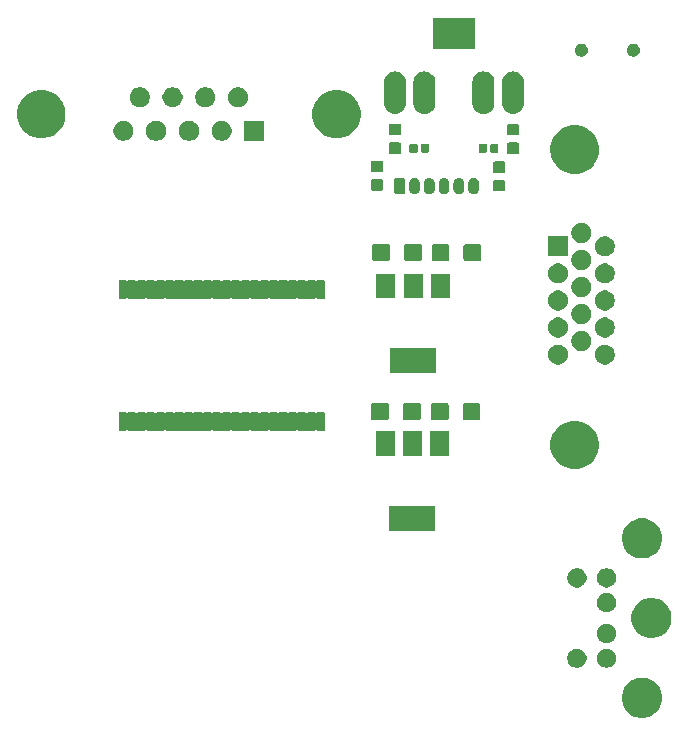
<source format=gbr>
G04 #@! TF.GenerationSoftware,KiCad,Pcbnew,5.0.2-bee76a0~70~ubuntu18.10.1*
G04 #@! TF.CreationDate,2019-03-15T00:59:30+01:00*
G04 #@! TF.ProjectId,Spartan6,53706172-7461-46e3-962e-6b696361645f,rev?*
G04 #@! TF.SameCoordinates,Original*
G04 #@! TF.FileFunction,Soldermask,Bot*
G04 #@! TF.FilePolarity,Negative*
%FSLAX46Y46*%
G04 Gerber Fmt 4.6, Leading zero omitted, Abs format (unit mm)*
G04 Created by KiCad (PCBNEW 5.0.2-bee76a0~70~ubuntu18.10.1) date vie 15 mar 2019 00:59:30 CET*
%MOMM*%
%LPD*%
G01*
G04 APERTURE LIST*
%ADD10C,0.100000*%
G04 APERTURE END LIST*
D10*
G36*
X86309160Y-96280068D02*
X86309162Y-96280069D01*
X86309163Y-96280069D01*
X86423514Y-96327435D01*
X86618726Y-96408294D01*
X86897327Y-96594449D01*
X87134251Y-96831373D01*
X87320406Y-97109974D01*
X87448632Y-97419540D01*
X87514000Y-97748165D01*
X87514000Y-98083235D01*
X87448632Y-98411860D01*
X87320406Y-98721426D01*
X87134251Y-99000027D01*
X86897327Y-99236951D01*
X86618726Y-99423106D01*
X86423514Y-99503965D01*
X86309163Y-99551331D01*
X86309162Y-99551331D01*
X86309160Y-99551332D01*
X85980535Y-99616700D01*
X85645465Y-99616700D01*
X85316840Y-99551332D01*
X85316838Y-99551331D01*
X85316837Y-99551331D01*
X85202486Y-99503965D01*
X85007274Y-99423106D01*
X84728673Y-99236951D01*
X84491749Y-99000027D01*
X84305594Y-98721426D01*
X84177368Y-98411860D01*
X84112000Y-98083235D01*
X84112000Y-97748165D01*
X84177368Y-97419540D01*
X84305594Y-97109974D01*
X84491749Y-96831373D01*
X84728673Y-96594449D01*
X85007274Y-96408294D01*
X85202486Y-96327435D01*
X85316837Y-96280069D01*
X85316838Y-96280069D01*
X85316840Y-96280068D01*
X85645465Y-96214700D01*
X85980535Y-96214700D01*
X86309160Y-96280068D01*
X86309160Y-96280068D01*
G37*
G36*
X83050142Y-93783942D02*
X83198102Y-93845230D01*
X83331258Y-93934202D01*
X83444498Y-94047442D01*
X83533470Y-94180598D01*
X83594758Y-94328558D01*
X83626000Y-94485625D01*
X83626000Y-94645775D01*
X83594758Y-94802842D01*
X83533470Y-94950802D01*
X83444498Y-95083958D01*
X83331258Y-95197198D01*
X83198102Y-95286170D01*
X83050142Y-95347458D01*
X82893075Y-95378700D01*
X82732925Y-95378700D01*
X82575858Y-95347458D01*
X82427898Y-95286170D01*
X82294742Y-95197198D01*
X82181502Y-95083958D01*
X82092530Y-94950802D01*
X82031242Y-94802842D01*
X82000000Y-94645775D01*
X82000000Y-94485625D01*
X82031242Y-94328558D01*
X82092530Y-94180598D01*
X82181502Y-94047442D01*
X82294742Y-93934202D01*
X82427898Y-93845230D01*
X82575858Y-93783942D01*
X82732925Y-93752700D01*
X82893075Y-93752700D01*
X83050142Y-93783942D01*
X83050142Y-93783942D01*
G37*
G36*
X80550142Y-93783942D02*
X80698102Y-93845230D01*
X80831258Y-93934202D01*
X80944498Y-94047442D01*
X81033470Y-94180598D01*
X81094758Y-94328558D01*
X81126000Y-94485625D01*
X81126000Y-94645775D01*
X81094758Y-94802842D01*
X81033470Y-94950802D01*
X80944498Y-95083958D01*
X80831258Y-95197198D01*
X80698102Y-95286170D01*
X80550142Y-95347458D01*
X80393075Y-95378700D01*
X80232925Y-95378700D01*
X80075858Y-95347458D01*
X79927898Y-95286170D01*
X79794742Y-95197198D01*
X79681502Y-95083958D01*
X79592530Y-94950802D01*
X79531242Y-94802842D01*
X79500000Y-94645775D01*
X79500000Y-94485625D01*
X79531242Y-94328558D01*
X79592530Y-94180598D01*
X79681502Y-94047442D01*
X79794742Y-93934202D01*
X79927898Y-93845230D01*
X80075858Y-93783942D01*
X80232925Y-93752700D01*
X80393075Y-93752700D01*
X80550142Y-93783942D01*
X80550142Y-93783942D01*
G37*
G36*
X83050142Y-91683942D02*
X83198102Y-91745230D01*
X83331258Y-91834202D01*
X83444498Y-91947442D01*
X83533470Y-92080598D01*
X83594758Y-92228558D01*
X83626000Y-92385625D01*
X83626000Y-92545775D01*
X83594758Y-92702842D01*
X83533470Y-92850802D01*
X83444498Y-92983958D01*
X83331258Y-93097198D01*
X83198102Y-93186170D01*
X83050142Y-93247458D01*
X82893075Y-93278700D01*
X82732925Y-93278700D01*
X82575858Y-93247458D01*
X82427898Y-93186170D01*
X82294742Y-93097198D01*
X82181502Y-92983958D01*
X82092530Y-92850802D01*
X82031242Y-92702842D01*
X82000000Y-92545775D01*
X82000000Y-92385625D01*
X82031242Y-92228558D01*
X82092530Y-92080598D01*
X82181502Y-91947442D01*
X82294742Y-91834202D01*
X82427898Y-91745230D01*
X82575858Y-91683942D01*
X82732925Y-91652700D01*
X82893075Y-91652700D01*
X83050142Y-91683942D01*
X83050142Y-91683942D01*
G37*
G36*
X87109160Y-89530068D02*
X87109162Y-89530069D01*
X87109163Y-89530069D01*
X87223514Y-89577435D01*
X87418726Y-89658294D01*
X87697327Y-89844449D01*
X87934251Y-90081373D01*
X88120406Y-90359974D01*
X88120406Y-90359975D01*
X88248631Y-90669537D01*
X88314000Y-90998166D01*
X88314000Y-91333234D01*
X88248631Y-91661863D01*
X88239485Y-91683943D01*
X88120406Y-91971426D01*
X87934251Y-92250027D01*
X87697327Y-92486951D01*
X87418726Y-92673106D01*
X87346934Y-92702843D01*
X87109163Y-92801331D01*
X87109162Y-92801331D01*
X87109160Y-92801332D01*
X86780535Y-92866700D01*
X86445465Y-92866700D01*
X86116840Y-92801332D01*
X86116838Y-92801331D01*
X86116837Y-92801331D01*
X85879066Y-92702843D01*
X85807274Y-92673106D01*
X85528673Y-92486951D01*
X85291749Y-92250027D01*
X85105594Y-91971426D01*
X84986515Y-91683943D01*
X84977369Y-91661863D01*
X84912000Y-91333234D01*
X84912000Y-90998166D01*
X84977369Y-90669537D01*
X85105594Y-90359975D01*
X85105594Y-90359974D01*
X85291749Y-90081373D01*
X85528673Y-89844449D01*
X85807274Y-89658294D01*
X86002486Y-89577435D01*
X86116837Y-89530069D01*
X86116838Y-89530069D01*
X86116840Y-89530068D01*
X86445465Y-89464700D01*
X86780535Y-89464700D01*
X87109160Y-89530068D01*
X87109160Y-89530068D01*
G37*
G36*
X83050142Y-89083942D02*
X83198102Y-89145230D01*
X83331258Y-89234202D01*
X83444498Y-89347442D01*
X83533470Y-89480598D01*
X83594758Y-89628558D01*
X83626000Y-89785625D01*
X83626000Y-89945775D01*
X83594758Y-90102842D01*
X83533470Y-90250802D01*
X83444498Y-90383958D01*
X83331258Y-90497198D01*
X83198102Y-90586170D01*
X83050142Y-90647458D01*
X82893075Y-90678700D01*
X82732925Y-90678700D01*
X82575858Y-90647458D01*
X82427898Y-90586170D01*
X82294742Y-90497198D01*
X82181502Y-90383958D01*
X82092530Y-90250802D01*
X82031242Y-90102842D01*
X82000000Y-89945775D01*
X82000000Y-89785625D01*
X82031242Y-89628558D01*
X82092530Y-89480598D01*
X82181502Y-89347442D01*
X82294742Y-89234202D01*
X82427898Y-89145230D01*
X82575858Y-89083942D01*
X82732925Y-89052700D01*
X82893075Y-89052700D01*
X83050142Y-89083942D01*
X83050142Y-89083942D01*
G37*
G36*
X83050142Y-86983942D02*
X83198102Y-87045230D01*
X83331258Y-87134202D01*
X83444498Y-87247442D01*
X83533470Y-87380598D01*
X83594758Y-87528558D01*
X83626000Y-87685625D01*
X83626000Y-87845775D01*
X83594758Y-88002842D01*
X83533470Y-88150802D01*
X83444498Y-88283958D01*
X83331258Y-88397198D01*
X83198102Y-88486170D01*
X83050142Y-88547458D01*
X82893075Y-88578700D01*
X82732925Y-88578700D01*
X82575858Y-88547458D01*
X82427898Y-88486170D01*
X82294742Y-88397198D01*
X82181502Y-88283958D01*
X82092530Y-88150802D01*
X82031242Y-88002842D01*
X82000000Y-87845775D01*
X82000000Y-87685625D01*
X82031242Y-87528558D01*
X82092530Y-87380598D01*
X82181502Y-87247442D01*
X82294742Y-87134202D01*
X82427898Y-87045230D01*
X82575858Y-86983942D01*
X82732925Y-86952700D01*
X82893075Y-86952700D01*
X83050142Y-86983942D01*
X83050142Y-86983942D01*
G37*
G36*
X80550142Y-86983942D02*
X80698102Y-87045230D01*
X80831258Y-87134202D01*
X80944498Y-87247442D01*
X81033470Y-87380598D01*
X81094758Y-87528558D01*
X81126000Y-87685625D01*
X81126000Y-87845775D01*
X81094758Y-88002842D01*
X81033470Y-88150802D01*
X80944498Y-88283958D01*
X80831258Y-88397198D01*
X80698102Y-88486170D01*
X80550142Y-88547458D01*
X80393075Y-88578700D01*
X80232925Y-88578700D01*
X80075858Y-88547458D01*
X79927898Y-88486170D01*
X79794742Y-88397198D01*
X79681502Y-88283958D01*
X79592530Y-88150802D01*
X79531242Y-88002842D01*
X79500000Y-87845775D01*
X79500000Y-87685625D01*
X79531242Y-87528558D01*
X79592530Y-87380598D01*
X79681502Y-87247442D01*
X79794742Y-87134202D01*
X79927898Y-87045230D01*
X80075858Y-86983942D01*
X80232925Y-86952700D01*
X80393075Y-86952700D01*
X80550142Y-86983942D01*
X80550142Y-86983942D01*
G37*
G36*
X86309160Y-82780068D02*
X86309162Y-82780069D01*
X86309163Y-82780069D01*
X86423514Y-82827435D01*
X86618726Y-82908294D01*
X86897327Y-83094449D01*
X87134251Y-83331373D01*
X87320406Y-83609974D01*
X87448632Y-83919540D01*
X87514000Y-84248165D01*
X87514000Y-84583235D01*
X87448632Y-84911860D01*
X87320406Y-85221426D01*
X87134251Y-85500027D01*
X86897327Y-85736951D01*
X86618726Y-85923106D01*
X86423514Y-86003965D01*
X86309163Y-86051331D01*
X86309162Y-86051331D01*
X86309160Y-86051332D01*
X85980535Y-86116700D01*
X85645465Y-86116700D01*
X85316840Y-86051332D01*
X85316838Y-86051331D01*
X85316837Y-86051331D01*
X85202486Y-86003965D01*
X85007274Y-85923106D01*
X84728673Y-85736951D01*
X84491749Y-85500027D01*
X84305594Y-85221426D01*
X84177368Y-84911860D01*
X84112000Y-84583235D01*
X84112000Y-84248165D01*
X84177368Y-83919540D01*
X84305594Y-83609974D01*
X84491749Y-83331373D01*
X84728673Y-83094449D01*
X85007274Y-82908294D01*
X85202486Y-82827435D01*
X85316837Y-82780069D01*
X85316838Y-82780069D01*
X85316840Y-82780068D01*
X85645465Y-82714700D01*
X85980535Y-82714700D01*
X86309160Y-82780068D01*
X86309160Y-82780068D01*
G37*
G36*
X68321200Y-83753800D02*
X64419200Y-83753800D01*
X64419200Y-81651800D01*
X68321200Y-81651800D01*
X68321200Y-83753800D01*
X68321200Y-83753800D01*
G37*
G36*
X80722652Y-74537918D02*
X80722654Y-74537919D01*
X80722655Y-74537919D01*
X81095913Y-74692527D01*
X81095914Y-74692528D01*
X81431839Y-74916986D01*
X81717514Y-75202661D01*
X81717516Y-75202664D01*
X81941973Y-75538587D01*
X82096581Y-75911845D01*
X82175400Y-76308094D01*
X82175400Y-76712106D01*
X82096581Y-77108355D01*
X81941973Y-77481613D01*
X81941972Y-77481614D01*
X81717514Y-77817539D01*
X81431839Y-78103214D01*
X81431836Y-78103216D01*
X81095913Y-78327673D01*
X80722655Y-78482281D01*
X80722654Y-78482281D01*
X80722652Y-78482282D01*
X80326407Y-78561100D01*
X79922393Y-78561100D01*
X79526148Y-78482282D01*
X79526146Y-78482281D01*
X79526145Y-78482281D01*
X79152887Y-78327673D01*
X78816964Y-78103216D01*
X78816961Y-78103214D01*
X78531286Y-77817539D01*
X78306828Y-77481614D01*
X78306827Y-77481613D01*
X78152219Y-77108355D01*
X78073400Y-76712106D01*
X78073400Y-76308094D01*
X78152219Y-75911845D01*
X78306827Y-75538587D01*
X78531284Y-75202664D01*
X78531286Y-75202661D01*
X78816961Y-74916986D01*
X79152886Y-74692528D01*
X79152887Y-74692527D01*
X79526145Y-74537919D01*
X79526146Y-74537919D01*
X79526148Y-74537918D01*
X79922393Y-74459100D01*
X80326407Y-74459100D01*
X80722652Y-74537918D01*
X80722652Y-74537918D01*
G37*
G36*
X69471200Y-77453800D02*
X67869200Y-77453800D01*
X67869200Y-75351800D01*
X69471200Y-75351800D01*
X69471200Y-77453800D01*
X69471200Y-77453800D01*
G37*
G36*
X67171200Y-77453800D02*
X65569200Y-77453800D01*
X65569200Y-75351800D01*
X67171200Y-75351800D01*
X67171200Y-77453800D01*
X67171200Y-77453800D01*
G37*
G36*
X64871200Y-77453800D02*
X63269200Y-77453800D01*
X63269200Y-75351800D01*
X64871200Y-75351800D01*
X64871200Y-77453800D01*
X64871200Y-77453800D01*
G37*
G36*
X42070987Y-73722324D02*
X42089726Y-73728009D01*
X42107002Y-73737243D01*
X42122136Y-73749662D01*
X42129371Y-73758479D01*
X42146698Y-73775807D01*
X42167072Y-73789421D01*
X42189711Y-73798799D01*
X42213744Y-73803581D01*
X42238248Y-73803581D01*
X42262282Y-73798802D01*
X42284921Y-73789425D01*
X42305296Y-73775812D01*
X42322629Y-73758479D01*
X42329864Y-73749662D01*
X42344998Y-73737243D01*
X42362274Y-73728009D01*
X42381013Y-73722324D01*
X42406640Y-73719800D01*
X42845360Y-73719800D01*
X42870987Y-73722324D01*
X42889726Y-73728009D01*
X42907002Y-73737243D01*
X42922136Y-73749662D01*
X42929371Y-73758479D01*
X42946698Y-73775807D01*
X42967072Y-73789421D01*
X42989711Y-73798799D01*
X43013744Y-73803581D01*
X43038248Y-73803581D01*
X43062282Y-73798802D01*
X43084921Y-73789425D01*
X43105296Y-73775812D01*
X43122629Y-73758479D01*
X43129864Y-73749662D01*
X43144998Y-73737243D01*
X43162274Y-73728009D01*
X43181013Y-73722324D01*
X43206640Y-73719800D01*
X43645360Y-73719800D01*
X43670987Y-73722324D01*
X43689726Y-73728009D01*
X43707002Y-73737243D01*
X43722136Y-73749662D01*
X43729371Y-73758479D01*
X43746698Y-73775807D01*
X43767072Y-73789421D01*
X43789711Y-73798799D01*
X43813744Y-73803581D01*
X43838248Y-73803581D01*
X43862282Y-73798802D01*
X43884921Y-73789425D01*
X43905296Y-73775812D01*
X43922629Y-73758479D01*
X43929864Y-73749662D01*
X43944998Y-73737243D01*
X43962274Y-73728009D01*
X43981013Y-73722324D01*
X44006640Y-73719800D01*
X44445360Y-73719800D01*
X44470987Y-73722324D01*
X44489726Y-73728009D01*
X44507002Y-73737243D01*
X44522136Y-73749662D01*
X44529371Y-73758479D01*
X44546698Y-73775807D01*
X44567072Y-73789421D01*
X44589711Y-73798799D01*
X44613744Y-73803581D01*
X44638248Y-73803581D01*
X44662282Y-73798802D01*
X44684921Y-73789425D01*
X44705296Y-73775812D01*
X44722629Y-73758479D01*
X44729864Y-73749662D01*
X44744998Y-73737243D01*
X44762274Y-73728009D01*
X44781013Y-73722324D01*
X44806640Y-73719800D01*
X45245360Y-73719800D01*
X45270987Y-73722324D01*
X45289726Y-73728009D01*
X45307002Y-73737243D01*
X45322136Y-73749662D01*
X45329371Y-73758479D01*
X45346698Y-73775807D01*
X45367072Y-73789421D01*
X45389711Y-73798799D01*
X45413744Y-73803581D01*
X45438248Y-73803581D01*
X45462282Y-73798802D01*
X45484921Y-73789425D01*
X45505296Y-73775812D01*
X45522629Y-73758479D01*
X45529864Y-73749662D01*
X45544998Y-73737243D01*
X45562274Y-73728009D01*
X45581013Y-73722324D01*
X45606640Y-73719800D01*
X46045360Y-73719800D01*
X46070987Y-73722324D01*
X46089726Y-73728009D01*
X46107002Y-73737243D01*
X46122136Y-73749662D01*
X46129371Y-73758479D01*
X46146698Y-73775807D01*
X46167072Y-73789421D01*
X46189711Y-73798799D01*
X46213744Y-73803581D01*
X46238248Y-73803581D01*
X46262282Y-73798802D01*
X46284921Y-73789425D01*
X46305296Y-73775812D01*
X46322629Y-73758479D01*
X46329864Y-73749662D01*
X46344998Y-73737243D01*
X46362274Y-73728009D01*
X46381013Y-73722324D01*
X46406640Y-73719800D01*
X46845360Y-73719800D01*
X46870987Y-73722324D01*
X46889726Y-73728009D01*
X46907002Y-73737243D01*
X46922136Y-73749662D01*
X46929371Y-73758479D01*
X46946698Y-73775807D01*
X46967072Y-73789421D01*
X46989711Y-73798799D01*
X47013744Y-73803581D01*
X47038248Y-73803581D01*
X47062282Y-73798802D01*
X47084921Y-73789425D01*
X47105296Y-73775812D01*
X47122629Y-73758479D01*
X47129864Y-73749662D01*
X47144998Y-73737243D01*
X47162274Y-73728009D01*
X47181013Y-73722324D01*
X47206640Y-73719800D01*
X47645360Y-73719800D01*
X47670987Y-73722324D01*
X47689726Y-73728009D01*
X47707002Y-73737243D01*
X47722136Y-73749662D01*
X47729371Y-73758479D01*
X47746698Y-73775807D01*
X47767072Y-73789421D01*
X47789711Y-73798799D01*
X47813744Y-73803581D01*
X47838248Y-73803581D01*
X47862282Y-73798802D01*
X47884921Y-73789425D01*
X47905296Y-73775812D01*
X47922629Y-73758479D01*
X47929864Y-73749662D01*
X47944998Y-73737243D01*
X47962274Y-73728009D01*
X47981013Y-73722324D01*
X48006640Y-73719800D01*
X48445360Y-73719800D01*
X48470987Y-73722324D01*
X48489726Y-73728009D01*
X48507002Y-73737243D01*
X48522136Y-73749662D01*
X48529371Y-73758479D01*
X48546698Y-73775807D01*
X48567072Y-73789421D01*
X48589711Y-73798799D01*
X48613744Y-73803581D01*
X48638248Y-73803581D01*
X48662282Y-73798802D01*
X48684921Y-73789425D01*
X48705296Y-73775812D01*
X48722629Y-73758479D01*
X48729864Y-73749662D01*
X48744998Y-73737243D01*
X48762274Y-73728009D01*
X48781013Y-73722324D01*
X48806640Y-73719800D01*
X49245360Y-73719800D01*
X49270987Y-73722324D01*
X49289726Y-73728009D01*
X49307002Y-73737243D01*
X49322136Y-73749662D01*
X49329371Y-73758479D01*
X49346698Y-73775807D01*
X49367072Y-73789421D01*
X49389711Y-73798799D01*
X49413744Y-73803581D01*
X49438248Y-73803581D01*
X49462282Y-73798802D01*
X49484921Y-73789425D01*
X49505296Y-73775812D01*
X49522629Y-73758479D01*
X49529864Y-73749662D01*
X49544998Y-73737243D01*
X49562274Y-73728009D01*
X49581013Y-73722324D01*
X49606640Y-73719800D01*
X50045360Y-73719800D01*
X50070987Y-73722324D01*
X50089726Y-73728009D01*
X50107002Y-73737243D01*
X50122136Y-73749662D01*
X50129371Y-73758479D01*
X50146698Y-73775807D01*
X50167072Y-73789421D01*
X50189711Y-73798799D01*
X50213744Y-73803581D01*
X50238248Y-73803581D01*
X50262282Y-73798802D01*
X50284921Y-73789425D01*
X50305296Y-73775812D01*
X50322629Y-73758479D01*
X50329864Y-73749662D01*
X50344998Y-73737243D01*
X50362274Y-73728009D01*
X50381013Y-73722324D01*
X50406640Y-73719800D01*
X50845360Y-73719800D01*
X50870987Y-73722324D01*
X50889726Y-73728009D01*
X50907002Y-73737243D01*
X50922136Y-73749662D01*
X50929371Y-73758479D01*
X50946698Y-73775807D01*
X50967072Y-73789421D01*
X50989711Y-73798799D01*
X51013744Y-73803581D01*
X51038248Y-73803581D01*
X51062282Y-73798802D01*
X51084921Y-73789425D01*
X51105296Y-73775812D01*
X51122629Y-73758479D01*
X51129864Y-73749662D01*
X51144998Y-73737243D01*
X51162274Y-73728009D01*
X51181013Y-73722324D01*
X51206640Y-73719800D01*
X51645360Y-73719800D01*
X51670987Y-73722324D01*
X51689726Y-73728009D01*
X51707002Y-73737243D01*
X51722136Y-73749662D01*
X51729371Y-73758479D01*
X51746698Y-73775807D01*
X51767072Y-73789421D01*
X51789711Y-73798799D01*
X51813744Y-73803581D01*
X51838248Y-73803581D01*
X51862282Y-73798802D01*
X51884921Y-73789425D01*
X51905296Y-73775812D01*
X51922629Y-73758479D01*
X51929864Y-73749662D01*
X51944998Y-73737243D01*
X51962274Y-73728009D01*
X51981013Y-73722324D01*
X52006640Y-73719800D01*
X52445360Y-73719800D01*
X52470987Y-73722324D01*
X52489726Y-73728009D01*
X52507002Y-73737243D01*
X52522136Y-73749662D01*
X52529371Y-73758479D01*
X52546698Y-73775807D01*
X52567072Y-73789421D01*
X52589711Y-73798799D01*
X52613744Y-73803581D01*
X52638248Y-73803581D01*
X52662282Y-73798802D01*
X52684921Y-73789425D01*
X52705296Y-73775812D01*
X52722629Y-73758479D01*
X52729864Y-73749662D01*
X52744998Y-73737243D01*
X52762274Y-73728009D01*
X52781013Y-73722324D01*
X52806640Y-73719800D01*
X53245360Y-73719800D01*
X53270987Y-73722324D01*
X53289726Y-73728009D01*
X53307002Y-73737243D01*
X53322136Y-73749662D01*
X53329371Y-73758479D01*
X53346698Y-73775807D01*
X53367072Y-73789421D01*
X53389711Y-73798799D01*
X53413744Y-73803581D01*
X53438248Y-73803581D01*
X53462282Y-73798802D01*
X53484921Y-73789425D01*
X53505296Y-73775812D01*
X53522629Y-73758479D01*
X53529864Y-73749662D01*
X53544998Y-73737243D01*
X53562274Y-73728009D01*
X53581013Y-73722324D01*
X53606640Y-73719800D01*
X54045360Y-73719800D01*
X54070987Y-73722324D01*
X54089726Y-73728009D01*
X54107002Y-73737243D01*
X54122136Y-73749662D01*
X54129371Y-73758479D01*
X54146698Y-73775807D01*
X54167072Y-73789421D01*
X54189711Y-73798799D01*
X54213744Y-73803581D01*
X54238248Y-73803581D01*
X54262282Y-73798802D01*
X54284921Y-73789425D01*
X54305296Y-73775812D01*
X54322629Y-73758479D01*
X54329864Y-73749662D01*
X54344998Y-73737243D01*
X54362274Y-73728009D01*
X54381013Y-73722324D01*
X54406640Y-73719800D01*
X54845360Y-73719800D01*
X54870987Y-73722324D01*
X54889726Y-73728009D01*
X54907002Y-73737243D01*
X54922136Y-73749662D01*
X54929371Y-73758479D01*
X54946698Y-73775807D01*
X54967072Y-73789421D01*
X54989711Y-73798799D01*
X55013744Y-73803581D01*
X55038248Y-73803581D01*
X55062282Y-73798802D01*
X55084921Y-73789425D01*
X55105296Y-73775812D01*
X55122629Y-73758479D01*
X55129864Y-73749662D01*
X55144998Y-73737243D01*
X55162274Y-73728009D01*
X55181013Y-73722324D01*
X55206640Y-73719800D01*
X55645360Y-73719800D01*
X55670987Y-73722324D01*
X55689726Y-73728009D01*
X55707002Y-73737243D01*
X55722136Y-73749662D01*
X55729371Y-73758479D01*
X55746698Y-73775807D01*
X55767072Y-73789421D01*
X55789711Y-73798799D01*
X55813744Y-73803581D01*
X55838248Y-73803581D01*
X55862282Y-73798802D01*
X55884921Y-73789425D01*
X55905296Y-73775812D01*
X55922629Y-73758479D01*
X55929864Y-73749662D01*
X55944998Y-73737243D01*
X55962274Y-73728009D01*
X55981013Y-73722324D01*
X56006640Y-73719800D01*
X56445360Y-73719800D01*
X56470987Y-73722324D01*
X56489726Y-73728009D01*
X56507002Y-73737243D01*
X56522136Y-73749662D01*
X56529371Y-73758479D01*
X56546698Y-73775807D01*
X56567072Y-73789421D01*
X56589711Y-73798799D01*
X56613744Y-73803581D01*
X56638248Y-73803581D01*
X56662282Y-73798802D01*
X56684921Y-73789425D01*
X56705296Y-73775812D01*
X56722629Y-73758479D01*
X56729864Y-73749662D01*
X56744998Y-73737243D01*
X56762274Y-73728009D01*
X56781013Y-73722324D01*
X56806640Y-73719800D01*
X57245360Y-73719800D01*
X57270987Y-73722324D01*
X57289726Y-73728009D01*
X57307002Y-73737243D01*
X57322136Y-73749662D01*
X57329371Y-73758479D01*
X57346698Y-73775807D01*
X57367072Y-73789421D01*
X57389711Y-73798799D01*
X57413744Y-73803581D01*
X57438248Y-73803581D01*
X57462282Y-73798802D01*
X57484921Y-73789425D01*
X57505296Y-73775812D01*
X57522629Y-73758479D01*
X57529864Y-73749662D01*
X57544998Y-73737243D01*
X57562274Y-73728009D01*
X57581013Y-73722324D01*
X57606640Y-73719800D01*
X58045360Y-73719800D01*
X58070987Y-73722324D01*
X58089726Y-73728009D01*
X58107002Y-73737243D01*
X58122136Y-73749662D01*
X58129371Y-73758479D01*
X58146698Y-73775807D01*
X58167072Y-73789421D01*
X58189711Y-73798799D01*
X58213744Y-73803581D01*
X58238248Y-73803581D01*
X58262282Y-73798802D01*
X58284921Y-73789425D01*
X58305296Y-73775812D01*
X58322629Y-73758479D01*
X58329864Y-73749662D01*
X58344998Y-73737243D01*
X58362274Y-73728009D01*
X58381013Y-73722324D01*
X58406640Y-73719800D01*
X58845360Y-73719800D01*
X58870987Y-73722324D01*
X58889726Y-73728009D01*
X58907002Y-73737243D01*
X58922137Y-73749663D01*
X58934557Y-73764798D01*
X58943791Y-73782074D01*
X58949476Y-73800813D01*
X58952000Y-73826440D01*
X58952000Y-75240160D01*
X58949476Y-75265787D01*
X58943791Y-75284526D01*
X58934557Y-75301802D01*
X58922137Y-75316937D01*
X58907002Y-75329357D01*
X58889726Y-75338591D01*
X58870987Y-75344276D01*
X58845360Y-75346800D01*
X58406640Y-75346800D01*
X58381013Y-75344276D01*
X58362274Y-75338591D01*
X58344998Y-75329357D01*
X58329864Y-75316938D01*
X58322629Y-75308121D01*
X58305302Y-75290793D01*
X58284928Y-75277179D01*
X58262289Y-75267801D01*
X58238256Y-75263019D01*
X58213752Y-75263019D01*
X58189718Y-75267798D01*
X58167079Y-75277175D01*
X58146704Y-75290788D01*
X58129371Y-75308121D01*
X58122136Y-75316938D01*
X58107002Y-75329357D01*
X58089726Y-75338591D01*
X58070987Y-75344276D01*
X58045360Y-75346800D01*
X57606640Y-75346800D01*
X57581013Y-75344276D01*
X57562274Y-75338591D01*
X57544998Y-75329357D01*
X57529864Y-75316938D01*
X57522629Y-75308121D01*
X57505302Y-75290793D01*
X57484928Y-75277179D01*
X57462289Y-75267801D01*
X57438256Y-75263019D01*
X57413752Y-75263019D01*
X57389718Y-75267798D01*
X57367079Y-75277175D01*
X57346704Y-75290788D01*
X57329371Y-75308121D01*
X57322136Y-75316938D01*
X57307002Y-75329357D01*
X57289726Y-75338591D01*
X57270987Y-75344276D01*
X57245360Y-75346800D01*
X56806640Y-75346800D01*
X56781013Y-75344276D01*
X56762274Y-75338591D01*
X56744998Y-75329357D01*
X56729864Y-75316938D01*
X56722629Y-75308121D01*
X56705302Y-75290793D01*
X56684928Y-75277179D01*
X56662289Y-75267801D01*
X56638256Y-75263019D01*
X56613752Y-75263019D01*
X56589718Y-75267798D01*
X56567079Y-75277175D01*
X56546704Y-75290788D01*
X56529371Y-75308121D01*
X56522136Y-75316938D01*
X56507002Y-75329357D01*
X56489726Y-75338591D01*
X56470987Y-75344276D01*
X56445360Y-75346800D01*
X56006640Y-75346800D01*
X55981013Y-75344276D01*
X55962274Y-75338591D01*
X55944998Y-75329357D01*
X55929864Y-75316938D01*
X55922629Y-75308121D01*
X55905302Y-75290793D01*
X55884928Y-75277179D01*
X55862289Y-75267801D01*
X55838256Y-75263019D01*
X55813752Y-75263019D01*
X55789718Y-75267798D01*
X55767079Y-75277175D01*
X55746704Y-75290788D01*
X55729371Y-75308121D01*
X55722136Y-75316938D01*
X55707002Y-75329357D01*
X55689726Y-75338591D01*
X55670987Y-75344276D01*
X55645360Y-75346800D01*
X55206640Y-75346800D01*
X55181013Y-75344276D01*
X55162274Y-75338591D01*
X55144998Y-75329357D01*
X55129864Y-75316938D01*
X55122629Y-75308121D01*
X55105302Y-75290793D01*
X55084928Y-75277179D01*
X55062289Y-75267801D01*
X55038256Y-75263019D01*
X55013752Y-75263019D01*
X54989718Y-75267798D01*
X54967079Y-75277175D01*
X54946704Y-75290788D01*
X54929371Y-75308121D01*
X54922136Y-75316938D01*
X54907002Y-75329357D01*
X54889726Y-75338591D01*
X54870987Y-75344276D01*
X54845360Y-75346800D01*
X54406640Y-75346800D01*
X54381013Y-75344276D01*
X54362274Y-75338591D01*
X54344998Y-75329357D01*
X54329864Y-75316938D01*
X54322629Y-75308121D01*
X54305302Y-75290793D01*
X54284928Y-75277179D01*
X54262289Y-75267801D01*
X54238256Y-75263019D01*
X54213752Y-75263019D01*
X54189718Y-75267798D01*
X54167079Y-75277175D01*
X54146704Y-75290788D01*
X54129371Y-75308121D01*
X54122136Y-75316938D01*
X54107002Y-75329357D01*
X54089726Y-75338591D01*
X54070987Y-75344276D01*
X54045360Y-75346800D01*
X53606640Y-75346800D01*
X53581013Y-75344276D01*
X53562274Y-75338591D01*
X53544998Y-75329357D01*
X53529864Y-75316938D01*
X53522629Y-75308121D01*
X53505302Y-75290793D01*
X53484928Y-75277179D01*
X53462289Y-75267801D01*
X53438256Y-75263019D01*
X53413752Y-75263019D01*
X53389718Y-75267798D01*
X53367079Y-75277175D01*
X53346704Y-75290788D01*
X53329371Y-75308121D01*
X53322136Y-75316938D01*
X53307002Y-75329357D01*
X53289726Y-75338591D01*
X53270987Y-75344276D01*
X53245360Y-75346800D01*
X52806640Y-75346800D01*
X52781013Y-75344276D01*
X52762274Y-75338591D01*
X52744998Y-75329357D01*
X52729864Y-75316938D01*
X52722629Y-75308121D01*
X52705302Y-75290793D01*
X52684928Y-75277179D01*
X52662289Y-75267801D01*
X52638256Y-75263019D01*
X52613752Y-75263019D01*
X52589718Y-75267798D01*
X52567079Y-75277175D01*
X52546704Y-75290788D01*
X52529371Y-75308121D01*
X52522136Y-75316938D01*
X52507002Y-75329357D01*
X52489726Y-75338591D01*
X52470987Y-75344276D01*
X52445360Y-75346800D01*
X52006640Y-75346800D01*
X51981013Y-75344276D01*
X51962274Y-75338591D01*
X51944998Y-75329357D01*
X51929864Y-75316938D01*
X51922629Y-75308121D01*
X51905302Y-75290793D01*
X51884928Y-75277179D01*
X51862289Y-75267801D01*
X51838256Y-75263019D01*
X51813752Y-75263019D01*
X51789718Y-75267798D01*
X51767079Y-75277175D01*
X51746704Y-75290788D01*
X51729371Y-75308121D01*
X51722136Y-75316938D01*
X51707002Y-75329357D01*
X51689726Y-75338591D01*
X51670987Y-75344276D01*
X51645360Y-75346800D01*
X51206640Y-75346800D01*
X51181013Y-75344276D01*
X51162274Y-75338591D01*
X51144998Y-75329357D01*
X51129864Y-75316938D01*
X51122629Y-75308121D01*
X51105302Y-75290793D01*
X51084928Y-75277179D01*
X51062289Y-75267801D01*
X51038256Y-75263019D01*
X51013752Y-75263019D01*
X50989718Y-75267798D01*
X50967079Y-75277175D01*
X50946704Y-75290788D01*
X50929371Y-75308121D01*
X50922136Y-75316938D01*
X50907002Y-75329357D01*
X50889726Y-75338591D01*
X50870987Y-75344276D01*
X50845360Y-75346800D01*
X50406640Y-75346800D01*
X50381013Y-75344276D01*
X50362274Y-75338591D01*
X50344998Y-75329357D01*
X50329864Y-75316938D01*
X50322629Y-75308121D01*
X50305302Y-75290793D01*
X50284928Y-75277179D01*
X50262289Y-75267801D01*
X50238256Y-75263019D01*
X50213752Y-75263019D01*
X50189718Y-75267798D01*
X50167079Y-75277175D01*
X50146704Y-75290788D01*
X50129371Y-75308121D01*
X50122136Y-75316938D01*
X50107002Y-75329357D01*
X50089726Y-75338591D01*
X50070987Y-75344276D01*
X50045360Y-75346800D01*
X49606640Y-75346800D01*
X49581013Y-75344276D01*
X49562274Y-75338591D01*
X49544998Y-75329357D01*
X49529864Y-75316938D01*
X49522629Y-75308121D01*
X49505302Y-75290793D01*
X49484928Y-75277179D01*
X49462289Y-75267801D01*
X49438256Y-75263019D01*
X49413752Y-75263019D01*
X49389718Y-75267798D01*
X49367079Y-75277175D01*
X49346704Y-75290788D01*
X49329371Y-75308121D01*
X49322136Y-75316938D01*
X49307002Y-75329357D01*
X49289726Y-75338591D01*
X49270987Y-75344276D01*
X49245360Y-75346800D01*
X48806640Y-75346800D01*
X48781013Y-75344276D01*
X48762274Y-75338591D01*
X48744998Y-75329357D01*
X48729864Y-75316938D01*
X48722629Y-75308121D01*
X48705302Y-75290793D01*
X48684928Y-75277179D01*
X48662289Y-75267801D01*
X48638256Y-75263019D01*
X48613752Y-75263019D01*
X48589718Y-75267798D01*
X48567079Y-75277175D01*
X48546704Y-75290788D01*
X48529371Y-75308121D01*
X48522136Y-75316938D01*
X48507002Y-75329357D01*
X48489726Y-75338591D01*
X48470987Y-75344276D01*
X48445360Y-75346800D01*
X48006640Y-75346800D01*
X47981013Y-75344276D01*
X47962274Y-75338591D01*
X47944998Y-75329357D01*
X47929864Y-75316938D01*
X47922629Y-75308121D01*
X47905302Y-75290793D01*
X47884928Y-75277179D01*
X47862289Y-75267801D01*
X47838256Y-75263019D01*
X47813752Y-75263019D01*
X47789718Y-75267798D01*
X47767079Y-75277175D01*
X47746704Y-75290788D01*
X47729371Y-75308121D01*
X47722136Y-75316938D01*
X47707002Y-75329357D01*
X47689726Y-75338591D01*
X47670987Y-75344276D01*
X47645360Y-75346800D01*
X47206640Y-75346800D01*
X47181013Y-75344276D01*
X47162274Y-75338591D01*
X47144998Y-75329357D01*
X47129864Y-75316938D01*
X47122629Y-75308121D01*
X47105302Y-75290793D01*
X47084928Y-75277179D01*
X47062289Y-75267801D01*
X47038256Y-75263019D01*
X47013752Y-75263019D01*
X46989718Y-75267798D01*
X46967079Y-75277175D01*
X46946704Y-75290788D01*
X46929371Y-75308121D01*
X46922136Y-75316938D01*
X46907002Y-75329357D01*
X46889726Y-75338591D01*
X46870987Y-75344276D01*
X46845360Y-75346800D01*
X46406640Y-75346800D01*
X46381013Y-75344276D01*
X46362274Y-75338591D01*
X46344998Y-75329357D01*
X46329864Y-75316938D01*
X46322629Y-75308121D01*
X46305302Y-75290793D01*
X46284928Y-75277179D01*
X46262289Y-75267801D01*
X46238256Y-75263019D01*
X46213752Y-75263019D01*
X46189718Y-75267798D01*
X46167079Y-75277175D01*
X46146704Y-75290788D01*
X46129371Y-75308121D01*
X46122136Y-75316938D01*
X46107002Y-75329357D01*
X46089726Y-75338591D01*
X46070987Y-75344276D01*
X46045360Y-75346800D01*
X45606640Y-75346800D01*
X45581013Y-75344276D01*
X45562274Y-75338591D01*
X45544998Y-75329357D01*
X45529864Y-75316938D01*
X45522629Y-75308121D01*
X45505302Y-75290793D01*
X45484928Y-75277179D01*
X45462289Y-75267801D01*
X45438256Y-75263019D01*
X45413752Y-75263019D01*
X45389718Y-75267798D01*
X45367079Y-75277175D01*
X45346704Y-75290788D01*
X45329371Y-75308121D01*
X45322136Y-75316938D01*
X45307002Y-75329357D01*
X45289726Y-75338591D01*
X45270987Y-75344276D01*
X45245360Y-75346800D01*
X44806640Y-75346800D01*
X44781013Y-75344276D01*
X44762274Y-75338591D01*
X44744998Y-75329357D01*
X44729864Y-75316938D01*
X44722629Y-75308121D01*
X44705302Y-75290793D01*
X44684928Y-75277179D01*
X44662289Y-75267801D01*
X44638256Y-75263019D01*
X44613752Y-75263019D01*
X44589718Y-75267798D01*
X44567079Y-75277175D01*
X44546704Y-75290788D01*
X44529371Y-75308121D01*
X44522136Y-75316938D01*
X44507002Y-75329357D01*
X44489726Y-75338591D01*
X44470987Y-75344276D01*
X44445360Y-75346800D01*
X44006640Y-75346800D01*
X43981013Y-75344276D01*
X43962274Y-75338591D01*
X43944998Y-75329357D01*
X43929864Y-75316938D01*
X43922629Y-75308121D01*
X43905302Y-75290793D01*
X43884928Y-75277179D01*
X43862289Y-75267801D01*
X43838256Y-75263019D01*
X43813752Y-75263019D01*
X43789718Y-75267798D01*
X43767079Y-75277175D01*
X43746704Y-75290788D01*
X43729371Y-75308121D01*
X43722136Y-75316938D01*
X43707002Y-75329357D01*
X43689726Y-75338591D01*
X43670987Y-75344276D01*
X43645360Y-75346800D01*
X43206640Y-75346800D01*
X43181013Y-75344276D01*
X43162274Y-75338591D01*
X43144998Y-75329357D01*
X43129864Y-75316938D01*
X43122629Y-75308121D01*
X43105302Y-75290793D01*
X43084928Y-75277179D01*
X43062289Y-75267801D01*
X43038256Y-75263019D01*
X43013752Y-75263019D01*
X42989718Y-75267798D01*
X42967079Y-75277175D01*
X42946704Y-75290788D01*
X42929371Y-75308121D01*
X42922136Y-75316938D01*
X42907002Y-75329357D01*
X42889726Y-75338591D01*
X42870987Y-75344276D01*
X42845360Y-75346800D01*
X42406640Y-75346800D01*
X42381013Y-75344276D01*
X42362274Y-75338591D01*
X42344998Y-75329357D01*
X42329864Y-75316938D01*
X42322629Y-75308121D01*
X42305302Y-75290793D01*
X42284928Y-75277179D01*
X42262289Y-75267801D01*
X42238256Y-75263019D01*
X42213752Y-75263019D01*
X42189718Y-75267798D01*
X42167079Y-75277175D01*
X42146704Y-75290788D01*
X42129371Y-75308121D01*
X42122136Y-75316938D01*
X42107002Y-75329357D01*
X42089726Y-75338591D01*
X42070987Y-75344276D01*
X42045360Y-75346800D01*
X41606640Y-75346800D01*
X41581013Y-75344276D01*
X41562274Y-75338591D01*
X41544998Y-75329357D01*
X41529863Y-75316937D01*
X41517443Y-75301802D01*
X41508209Y-75284526D01*
X41502524Y-75265787D01*
X41500000Y-75240160D01*
X41500000Y-73826440D01*
X41502524Y-73800813D01*
X41508209Y-73782074D01*
X41517443Y-73764798D01*
X41529863Y-73749663D01*
X41544998Y-73737243D01*
X41562274Y-73728009D01*
X41581013Y-73722324D01*
X41606640Y-73719800D01*
X42045360Y-73719800D01*
X42070987Y-73722324D01*
X42070987Y-73722324D01*
G37*
G36*
X66931197Y-72968747D02*
X66966767Y-72979537D01*
X66999539Y-72997054D01*
X67028269Y-73020631D01*
X67051846Y-73049361D01*
X67069363Y-73082133D01*
X67080153Y-73117703D01*
X67084400Y-73160824D01*
X67084400Y-74220176D01*
X67080153Y-74263297D01*
X67069363Y-74298867D01*
X67051846Y-74331639D01*
X67028269Y-74360369D01*
X66999539Y-74383946D01*
X66966767Y-74401463D01*
X66931197Y-74412253D01*
X66888076Y-74416500D01*
X65778724Y-74416500D01*
X65735603Y-74412253D01*
X65700033Y-74401463D01*
X65667261Y-74383946D01*
X65638531Y-74360369D01*
X65614954Y-74331639D01*
X65597437Y-74298867D01*
X65586647Y-74263297D01*
X65582400Y-74220176D01*
X65582400Y-73160824D01*
X65586647Y-73117703D01*
X65597437Y-73082133D01*
X65614954Y-73049361D01*
X65638531Y-73020631D01*
X65667261Y-72997054D01*
X65700033Y-72979537D01*
X65735603Y-72968747D01*
X65778724Y-72964500D01*
X66888076Y-72964500D01*
X66931197Y-72968747D01*
X66931197Y-72968747D01*
G37*
G36*
X64231197Y-72968747D02*
X64266767Y-72979537D01*
X64299539Y-72997054D01*
X64328269Y-73020631D01*
X64351846Y-73049361D01*
X64369363Y-73082133D01*
X64380153Y-73117703D01*
X64384400Y-73160824D01*
X64384400Y-74220176D01*
X64380153Y-74263297D01*
X64369363Y-74298867D01*
X64351846Y-74331639D01*
X64328269Y-74360369D01*
X64299539Y-74383946D01*
X64266767Y-74401463D01*
X64231197Y-74412253D01*
X64188076Y-74416500D01*
X63078724Y-74416500D01*
X63035603Y-74412253D01*
X63000033Y-74401463D01*
X62967261Y-74383946D01*
X62938531Y-74360369D01*
X62914954Y-74331639D01*
X62897437Y-74298867D01*
X62886647Y-74263297D01*
X62882400Y-74220176D01*
X62882400Y-73160824D01*
X62886647Y-73117703D01*
X62897437Y-73082133D01*
X62914954Y-73049361D01*
X62938531Y-73020631D01*
X62967261Y-72997054D01*
X63000033Y-72979537D01*
X63035603Y-72968747D01*
X63078724Y-72964500D01*
X64188076Y-72964500D01*
X64231197Y-72968747D01*
X64231197Y-72968747D01*
G37*
G36*
X71989597Y-72958547D02*
X72025167Y-72969337D01*
X72057939Y-72986854D01*
X72086669Y-73010431D01*
X72110246Y-73039161D01*
X72127763Y-73071933D01*
X72138553Y-73107503D01*
X72142800Y-73150624D01*
X72142800Y-74209976D01*
X72138553Y-74253097D01*
X72127763Y-74288667D01*
X72110246Y-74321439D01*
X72086669Y-74350169D01*
X72057939Y-74373746D01*
X72025167Y-74391263D01*
X71989597Y-74402053D01*
X71946476Y-74406300D01*
X70837124Y-74406300D01*
X70794003Y-74402053D01*
X70758433Y-74391263D01*
X70725661Y-74373746D01*
X70696931Y-74350169D01*
X70673354Y-74321439D01*
X70655837Y-74288667D01*
X70645047Y-74253097D01*
X70640800Y-74209976D01*
X70640800Y-73150624D01*
X70645047Y-73107503D01*
X70655837Y-73071933D01*
X70673354Y-73039161D01*
X70696931Y-73010431D01*
X70725661Y-72986854D01*
X70758433Y-72969337D01*
X70794003Y-72958547D01*
X70837124Y-72954300D01*
X71946476Y-72954300D01*
X71989597Y-72958547D01*
X71989597Y-72958547D01*
G37*
G36*
X69289597Y-72958547D02*
X69325167Y-72969337D01*
X69357939Y-72986854D01*
X69386669Y-73010431D01*
X69410246Y-73039161D01*
X69427763Y-73071933D01*
X69438553Y-73107503D01*
X69442800Y-73150624D01*
X69442800Y-74209976D01*
X69438553Y-74253097D01*
X69427763Y-74288667D01*
X69410246Y-74321439D01*
X69386669Y-74350169D01*
X69357939Y-74373746D01*
X69325167Y-74391263D01*
X69289597Y-74402053D01*
X69246476Y-74406300D01*
X68137124Y-74406300D01*
X68094003Y-74402053D01*
X68058433Y-74391263D01*
X68025661Y-74373746D01*
X67996931Y-74350169D01*
X67973354Y-74321439D01*
X67955837Y-74288667D01*
X67945047Y-74253097D01*
X67940800Y-74209976D01*
X67940800Y-73150624D01*
X67945047Y-73107503D01*
X67955837Y-73071933D01*
X67973354Y-73039161D01*
X67996931Y-73010431D01*
X68025661Y-72986854D01*
X68058433Y-72969337D01*
X68094003Y-72958547D01*
X68137124Y-72954300D01*
X69246476Y-72954300D01*
X69289597Y-72958547D01*
X69289597Y-72958547D01*
G37*
G36*
X68392300Y-70408600D02*
X64490300Y-70408600D01*
X64490300Y-68306600D01*
X68392300Y-68306600D01*
X68392300Y-70408600D01*
X68392300Y-70408600D01*
G37*
G36*
X82912628Y-68036803D02*
X83067500Y-68100953D01*
X83206881Y-68194085D01*
X83325415Y-68312619D01*
X83418547Y-68452000D01*
X83482697Y-68606872D01*
X83515400Y-68771284D01*
X83515400Y-68938916D01*
X83482697Y-69103328D01*
X83418547Y-69258200D01*
X83325415Y-69397581D01*
X83206881Y-69516115D01*
X83067500Y-69609247D01*
X82912628Y-69673397D01*
X82748216Y-69706100D01*
X82580584Y-69706100D01*
X82416172Y-69673397D01*
X82261300Y-69609247D01*
X82121919Y-69516115D01*
X82003385Y-69397581D01*
X81910253Y-69258200D01*
X81846103Y-69103328D01*
X81813400Y-68938916D01*
X81813400Y-68771284D01*
X81846103Y-68606872D01*
X81910253Y-68452000D01*
X82003385Y-68312619D01*
X82121919Y-68194085D01*
X82261300Y-68100953D01*
X82416172Y-68036803D01*
X82580584Y-68004100D01*
X82748216Y-68004100D01*
X82912628Y-68036803D01*
X82912628Y-68036803D01*
G37*
G36*
X78952628Y-68036803D02*
X79107500Y-68100953D01*
X79246881Y-68194085D01*
X79365415Y-68312619D01*
X79458547Y-68452000D01*
X79522697Y-68606872D01*
X79555400Y-68771284D01*
X79555400Y-68938916D01*
X79522697Y-69103328D01*
X79458547Y-69258200D01*
X79365415Y-69397581D01*
X79246881Y-69516115D01*
X79107500Y-69609247D01*
X78952628Y-69673397D01*
X78788216Y-69706100D01*
X78620584Y-69706100D01*
X78456172Y-69673397D01*
X78301300Y-69609247D01*
X78161919Y-69516115D01*
X78043385Y-69397581D01*
X77950253Y-69258200D01*
X77886103Y-69103328D01*
X77853400Y-68938916D01*
X77853400Y-68771284D01*
X77886103Y-68606872D01*
X77950253Y-68452000D01*
X78043385Y-68312619D01*
X78161919Y-68194085D01*
X78301300Y-68100953D01*
X78456172Y-68036803D01*
X78620584Y-68004100D01*
X78788216Y-68004100D01*
X78952628Y-68036803D01*
X78952628Y-68036803D01*
G37*
G36*
X80932628Y-66891803D02*
X81087500Y-66955953D01*
X81226881Y-67049085D01*
X81345415Y-67167619D01*
X81438547Y-67307000D01*
X81502697Y-67461872D01*
X81535400Y-67626284D01*
X81535400Y-67793916D01*
X81502697Y-67958328D01*
X81438547Y-68113200D01*
X81345415Y-68252581D01*
X81226881Y-68371115D01*
X81087500Y-68464247D01*
X80932628Y-68528397D01*
X80768216Y-68561100D01*
X80600584Y-68561100D01*
X80436172Y-68528397D01*
X80281300Y-68464247D01*
X80141919Y-68371115D01*
X80023385Y-68252581D01*
X79930253Y-68113200D01*
X79866103Y-67958328D01*
X79833400Y-67793916D01*
X79833400Y-67626284D01*
X79866103Y-67461872D01*
X79930253Y-67307000D01*
X80023385Y-67167619D01*
X80141919Y-67049085D01*
X80281300Y-66955953D01*
X80436172Y-66891803D01*
X80600584Y-66859100D01*
X80768216Y-66859100D01*
X80932628Y-66891803D01*
X80932628Y-66891803D01*
G37*
G36*
X82912628Y-65746803D02*
X83067500Y-65810953D01*
X83206881Y-65904085D01*
X83325415Y-66022619D01*
X83418547Y-66162000D01*
X83482697Y-66316872D01*
X83515400Y-66481284D01*
X83515400Y-66648916D01*
X83482697Y-66813328D01*
X83418547Y-66968200D01*
X83325415Y-67107581D01*
X83206881Y-67226115D01*
X83067500Y-67319247D01*
X82912628Y-67383397D01*
X82748216Y-67416100D01*
X82580584Y-67416100D01*
X82416172Y-67383397D01*
X82261300Y-67319247D01*
X82121919Y-67226115D01*
X82003385Y-67107581D01*
X81910253Y-66968200D01*
X81846103Y-66813328D01*
X81813400Y-66648916D01*
X81813400Y-66481284D01*
X81846103Y-66316872D01*
X81910253Y-66162000D01*
X82003385Y-66022619D01*
X82121919Y-65904085D01*
X82261300Y-65810953D01*
X82416172Y-65746803D01*
X82580584Y-65714100D01*
X82748216Y-65714100D01*
X82912628Y-65746803D01*
X82912628Y-65746803D01*
G37*
G36*
X78952628Y-65746803D02*
X79107500Y-65810953D01*
X79246881Y-65904085D01*
X79365415Y-66022619D01*
X79458547Y-66162000D01*
X79522697Y-66316872D01*
X79555400Y-66481284D01*
X79555400Y-66648916D01*
X79522697Y-66813328D01*
X79458547Y-66968200D01*
X79365415Y-67107581D01*
X79246881Y-67226115D01*
X79107500Y-67319247D01*
X78952628Y-67383397D01*
X78788216Y-67416100D01*
X78620584Y-67416100D01*
X78456172Y-67383397D01*
X78301300Y-67319247D01*
X78161919Y-67226115D01*
X78043385Y-67107581D01*
X77950253Y-66968200D01*
X77886103Y-66813328D01*
X77853400Y-66648916D01*
X77853400Y-66481284D01*
X77886103Y-66316872D01*
X77950253Y-66162000D01*
X78043385Y-66022619D01*
X78161919Y-65904085D01*
X78301300Y-65810953D01*
X78456172Y-65746803D01*
X78620584Y-65714100D01*
X78788216Y-65714100D01*
X78952628Y-65746803D01*
X78952628Y-65746803D01*
G37*
G36*
X80932628Y-64601803D02*
X81087500Y-64665953D01*
X81226881Y-64759085D01*
X81345415Y-64877619D01*
X81438547Y-65017000D01*
X81502697Y-65171872D01*
X81535400Y-65336284D01*
X81535400Y-65503916D01*
X81502697Y-65668328D01*
X81438547Y-65823200D01*
X81345415Y-65962581D01*
X81226881Y-66081115D01*
X81087500Y-66174247D01*
X80932628Y-66238397D01*
X80768216Y-66271100D01*
X80600584Y-66271100D01*
X80436172Y-66238397D01*
X80281300Y-66174247D01*
X80141919Y-66081115D01*
X80023385Y-65962581D01*
X79930253Y-65823200D01*
X79866103Y-65668328D01*
X79833400Y-65503916D01*
X79833400Y-65336284D01*
X79866103Y-65171872D01*
X79930253Y-65017000D01*
X80023385Y-64877619D01*
X80141919Y-64759085D01*
X80281300Y-64665953D01*
X80436172Y-64601803D01*
X80600584Y-64569100D01*
X80768216Y-64569100D01*
X80932628Y-64601803D01*
X80932628Y-64601803D01*
G37*
G36*
X78952628Y-63456803D02*
X79107500Y-63520953D01*
X79246881Y-63614085D01*
X79365415Y-63732619D01*
X79458547Y-63872000D01*
X79522697Y-64026872D01*
X79555400Y-64191284D01*
X79555400Y-64358916D01*
X79522697Y-64523328D01*
X79458547Y-64678200D01*
X79365415Y-64817581D01*
X79246881Y-64936115D01*
X79107500Y-65029247D01*
X78952628Y-65093397D01*
X78788216Y-65126100D01*
X78620584Y-65126100D01*
X78456172Y-65093397D01*
X78301300Y-65029247D01*
X78161919Y-64936115D01*
X78043385Y-64817581D01*
X77950253Y-64678200D01*
X77886103Y-64523328D01*
X77853400Y-64358916D01*
X77853400Y-64191284D01*
X77886103Y-64026872D01*
X77950253Y-63872000D01*
X78043385Y-63732619D01*
X78161919Y-63614085D01*
X78301300Y-63520953D01*
X78456172Y-63456803D01*
X78620584Y-63424100D01*
X78788216Y-63424100D01*
X78952628Y-63456803D01*
X78952628Y-63456803D01*
G37*
G36*
X82912628Y-63456803D02*
X83067500Y-63520953D01*
X83206881Y-63614085D01*
X83325415Y-63732619D01*
X83418547Y-63872000D01*
X83482697Y-64026872D01*
X83515400Y-64191284D01*
X83515400Y-64358916D01*
X83482697Y-64523328D01*
X83418547Y-64678200D01*
X83325415Y-64817581D01*
X83206881Y-64936115D01*
X83067500Y-65029247D01*
X82912628Y-65093397D01*
X82748216Y-65126100D01*
X82580584Y-65126100D01*
X82416172Y-65093397D01*
X82261300Y-65029247D01*
X82121919Y-64936115D01*
X82003385Y-64817581D01*
X81910253Y-64678200D01*
X81846103Y-64523328D01*
X81813400Y-64358916D01*
X81813400Y-64191284D01*
X81846103Y-64026872D01*
X81910253Y-63872000D01*
X82003385Y-63732619D01*
X82121919Y-63614085D01*
X82261300Y-63520953D01*
X82416172Y-63456803D01*
X82580584Y-63424100D01*
X82748216Y-63424100D01*
X82912628Y-63456803D01*
X82912628Y-63456803D01*
G37*
G36*
X42070987Y-62547324D02*
X42089726Y-62553009D01*
X42107002Y-62562243D01*
X42122136Y-62574662D01*
X42129371Y-62583479D01*
X42146698Y-62600807D01*
X42167072Y-62614421D01*
X42189711Y-62623799D01*
X42213744Y-62628581D01*
X42238248Y-62628581D01*
X42262282Y-62623802D01*
X42284921Y-62614425D01*
X42305296Y-62600812D01*
X42322629Y-62583479D01*
X42329864Y-62574662D01*
X42344998Y-62562243D01*
X42362274Y-62553009D01*
X42381013Y-62547324D01*
X42406640Y-62544800D01*
X42845360Y-62544800D01*
X42870987Y-62547324D01*
X42889726Y-62553009D01*
X42907002Y-62562243D01*
X42922136Y-62574662D01*
X42929371Y-62583479D01*
X42946698Y-62600807D01*
X42967072Y-62614421D01*
X42989711Y-62623799D01*
X43013744Y-62628581D01*
X43038248Y-62628581D01*
X43062282Y-62623802D01*
X43084921Y-62614425D01*
X43105296Y-62600812D01*
X43122629Y-62583479D01*
X43129864Y-62574662D01*
X43144998Y-62562243D01*
X43162274Y-62553009D01*
X43181013Y-62547324D01*
X43206640Y-62544800D01*
X43645360Y-62544800D01*
X43670987Y-62547324D01*
X43689726Y-62553009D01*
X43707002Y-62562243D01*
X43722136Y-62574662D01*
X43729371Y-62583479D01*
X43746698Y-62600807D01*
X43767072Y-62614421D01*
X43789711Y-62623799D01*
X43813744Y-62628581D01*
X43838248Y-62628581D01*
X43862282Y-62623802D01*
X43884921Y-62614425D01*
X43905296Y-62600812D01*
X43922629Y-62583479D01*
X43929864Y-62574662D01*
X43944998Y-62562243D01*
X43962274Y-62553009D01*
X43981013Y-62547324D01*
X44006640Y-62544800D01*
X44445360Y-62544800D01*
X44470987Y-62547324D01*
X44489726Y-62553009D01*
X44507002Y-62562243D01*
X44522136Y-62574662D01*
X44529371Y-62583479D01*
X44546698Y-62600807D01*
X44567072Y-62614421D01*
X44589711Y-62623799D01*
X44613744Y-62628581D01*
X44638248Y-62628581D01*
X44662282Y-62623802D01*
X44684921Y-62614425D01*
X44705296Y-62600812D01*
X44722629Y-62583479D01*
X44729864Y-62574662D01*
X44744998Y-62562243D01*
X44762274Y-62553009D01*
X44781013Y-62547324D01*
X44806640Y-62544800D01*
X45245360Y-62544800D01*
X45270987Y-62547324D01*
X45289726Y-62553009D01*
X45307002Y-62562243D01*
X45322136Y-62574662D01*
X45329371Y-62583479D01*
X45346698Y-62600807D01*
X45367072Y-62614421D01*
X45389711Y-62623799D01*
X45413744Y-62628581D01*
X45438248Y-62628581D01*
X45462282Y-62623802D01*
X45484921Y-62614425D01*
X45505296Y-62600812D01*
X45522629Y-62583479D01*
X45529864Y-62574662D01*
X45544998Y-62562243D01*
X45562274Y-62553009D01*
X45581013Y-62547324D01*
X45606640Y-62544800D01*
X46045360Y-62544800D01*
X46070987Y-62547324D01*
X46089726Y-62553009D01*
X46107002Y-62562243D01*
X46122136Y-62574662D01*
X46129371Y-62583479D01*
X46146698Y-62600807D01*
X46167072Y-62614421D01*
X46189711Y-62623799D01*
X46213744Y-62628581D01*
X46238248Y-62628581D01*
X46262282Y-62623802D01*
X46284921Y-62614425D01*
X46305296Y-62600812D01*
X46322629Y-62583479D01*
X46329864Y-62574662D01*
X46344998Y-62562243D01*
X46362274Y-62553009D01*
X46381013Y-62547324D01*
X46406640Y-62544800D01*
X46845360Y-62544800D01*
X46870987Y-62547324D01*
X46889726Y-62553009D01*
X46907002Y-62562243D01*
X46922136Y-62574662D01*
X46929371Y-62583479D01*
X46946698Y-62600807D01*
X46967072Y-62614421D01*
X46989711Y-62623799D01*
X47013744Y-62628581D01*
X47038248Y-62628581D01*
X47062282Y-62623802D01*
X47084921Y-62614425D01*
X47105296Y-62600812D01*
X47122629Y-62583479D01*
X47129864Y-62574662D01*
X47144998Y-62562243D01*
X47162274Y-62553009D01*
X47181013Y-62547324D01*
X47206640Y-62544800D01*
X47645360Y-62544800D01*
X47670987Y-62547324D01*
X47689726Y-62553009D01*
X47707002Y-62562243D01*
X47722136Y-62574662D01*
X47729371Y-62583479D01*
X47746698Y-62600807D01*
X47767072Y-62614421D01*
X47789711Y-62623799D01*
X47813744Y-62628581D01*
X47838248Y-62628581D01*
X47862282Y-62623802D01*
X47884921Y-62614425D01*
X47905296Y-62600812D01*
X47922629Y-62583479D01*
X47929864Y-62574662D01*
X47944998Y-62562243D01*
X47962274Y-62553009D01*
X47981013Y-62547324D01*
X48006640Y-62544800D01*
X48445360Y-62544800D01*
X48470987Y-62547324D01*
X48489726Y-62553009D01*
X48507002Y-62562243D01*
X48522136Y-62574662D01*
X48529371Y-62583479D01*
X48546698Y-62600807D01*
X48567072Y-62614421D01*
X48589711Y-62623799D01*
X48613744Y-62628581D01*
X48638248Y-62628581D01*
X48662282Y-62623802D01*
X48684921Y-62614425D01*
X48705296Y-62600812D01*
X48722629Y-62583479D01*
X48729864Y-62574662D01*
X48744998Y-62562243D01*
X48762274Y-62553009D01*
X48781013Y-62547324D01*
X48806640Y-62544800D01*
X49245360Y-62544800D01*
X49270987Y-62547324D01*
X49289726Y-62553009D01*
X49307002Y-62562243D01*
X49322136Y-62574662D01*
X49329371Y-62583479D01*
X49346698Y-62600807D01*
X49367072Y-62614421D01*
X49389711Y-62623799D01*
X49413744Y-62628581D01*
X49438248Y-62628581D01*
X49462282Y-62623802D01*
X49484921Y-62614425D01*
X49505296Y-62600812D01*
X49522629Y-62583479D01*
X49529864Y-62574662D01*
X49544998Y-62562243D01*
X49562274Y-62553009D01*
X49581013Y-62547324D01*
X49606640Y-62544800D01*
X50045360Y-62544800D01*
X50070987Y-62547324D01*
X50089726Y-62553009D01*
X50107002Y-62562243D01*
X50122136Y-62574662D01*
X50129371Y-62583479D01*
X50146698Y-62600807D01*
X50167072Y-62614421D01*
X50189711Y-62623799D01*
X50213744Y-62628581D01*
X50238248Y-62628581D01*
X50262282Y-62623802D01*
X50284921Y-62614425D01*
X50305296Y-62600812D01*
X50322629Y-62583479D01*
X50329864Y-62574662D01*
X50344998Y-62562243D01*
X50362274Y-62553009D01*
X50381013Y-62547324D01*
X50406640Y-62544800D01*
X50845360Y-62544800D01*
X50870987Y-62547324D01*
X50889726Y-62553009D01*
X50907002Y-62562243D01*
X50922136Y-62574662D01*
X50929371Y-62583479D01*
X50946698Y-62600807D01*
X50967072Y-62614421D01*
X50989711Y-62623799D01*
X51013744Y-62628581D01*
X51038248Y-62628581D01*
X51062282Y-62623802D01*
X51084921Y-62614425D01*
X51105296Y-62600812D01*
X51122629Y-62583479D01*
X51129864Y-62574662D01*
X51144998Y-62562243D01*
X51162274Y-62553009D01*
X51181013Y-62547324D01*
X51206640Y-62544800D01*
X51645360Y-62544800D01*
X51670987Y-62547324D01*
X51689726Y-62553009D01*
X51707002Y-62562243D01*
X51722136Y-62574662D01*
X51729371Y-62583479D01*
X51746698Y-62600807D01*
X51767072Y-62614421D01*
X51789711Y-62623799D01*
X51813744Y-62628581D01*
X51838248Y-62628581D01*
X51862282Y-62623802D01*
X51884921Y-62614425D01*
X51905296Y-62600812D01*
X51922629Y-62583479D01*
X51929864Y-62574662D01*
X51944998Y-62562243D01*
X51962274Y-62553009D01*
X51981013Y-62547324D01*
X52006640Y-62544800D01*
X52445360Y-62544800D01*
X52470987Y-62547324D01*
X52489726Y-62553009D01*
X52507002Y-62562243D01*
X52522136Y-62574662D01*
X52529371Y-62583479D01*
X52546698Y-62600807D01*
X52567072Y-62614421D01*
X52589711Y-62623799D01*
X52613744Y-62628581D01*
X52638248Y-62628581D01*
X52662282Y-62623802D01*
X52684921Y-62614425D01*
X52705296Y-62600812D01*
X52722629Y-62583479D01*
X52729864Y-62574662D01*
X52744998Y-62562243D01*
X52762274Y-62553009D01*
X52781013Y-62547324D01*
X52806640Y-62544800D01*
X53245360Y-62544800D01*
X53270987Y-62547324D01*
X53289726Y-62553009D01*
X53307002Y-62562243D01*
X53322136Y-62574662D01*
X53329371Y-62583479D01*
X53346698Y-62600807D01*
X53367072Y-62614421D01*
X53389711Y-62623799D01*
X53413744Y-62628581D01*
X53438248Y-62628581D01*
X53462282Y-62623802D01*
X53484921Y-62614425D01*
X53505296Y-62600812D01*
X53522629Y-62583479D01*
X53529864Y-62574662D01*
X53544998Y-62562243D01*
X53562274Y-62553009D01*
X53581013Y-62547324D01*
X53606640Y-62544800D01*
X54045360Y-62544800D01*
X54070987Y-62547324D01*
X54089726Y-62553009D01*
X54107002Y-62562243D01*
X54122136Y-62574662D01*
X54129371Y-62583479D01*
X54146698Y-62600807D01*
X54167072Y-62614421D01*
X54189711Y-62623799D01*
X54213744Y-62628581D01*
X54238248Y-62628581D01*
X54262282Y-62623802D01*
X54284921Y-62614425D01*
X54305296Y-62600812D01*
X54322629Y-62583479D01*
X54329864Y-62574662D01*
X54344998Y-62562243D01*
X54362274Y-62553009D01*
X54381013Y-62547324D01*
X54406640Y-62544800D01*
X54845360Y-62544800D01*
X54870987Y-62547324D01*
X54889726Y-62553009D01*
X54907002Y-62562243D01*
X54922136Y-62574662D01*
X54929371Y-62583479D01*
X54946698Y-62600807D01*
X54967072Y-62614421D01*
X54989711Y-62623799D01*
X55013744Y-62628581D01*
X55038248Y-62628581D01*
X55062282Y-62623802D01*
X55084921Y-62614425D01*
X55105296Y-62600812D01*
X55122629Y-62583479D01*
X55129864Y-62574662D01*
X55144998Y-62562243D01*
X55162274Y-62553009D01*
X55181013Y-62547324D01*
X55206640Y-62544800D01*
X55645360Y-62544800D01*
X55670987Y-62547324D01*
X55689726Y-62553009D01*
X55707002Y-62562243D01*
X55722136Y-62574662D01*
X55729371Y-62583479D01*
X55746698Y-62600807D01*
X55767072Y-62614421D01*
X55789711Y-62623799D01*
X55813744Y-62628581D01*
X55838248Y-62628581D01*
X55862282Y-62623802D01*
X55884921Y-62614425D01*
X55905296Y-62600812D01*
X55922629Y-62583479D01*
X55929864Y-62574662D01*
X55944998Y-62562243D01*
X55962274Y-62553009D01*
X55981013Y-62547324D01*
X56006640Y-62544800D01*
X56445360Y-62544800D01*
X56470987Y-62547324D01*
X56489726Y-62553009D01*
X56507002Y-62562243D01*
X56522136Y-62574662D01*
X56529371Y-62583479D01*
X56546698Y-62600807D01*
X56567072Y-62614421D01*
X56589711Y-62623799D01*
X56613744Y-62628581D01*
X56638248Y-62628581D01*
X56662282Y-62623802D01*
X56684921Y-62614425D01*
X56705296Y-62600812D01*
X56722629Y-62583479D01*
X56729864Y-62574662D01*
X56744998Y-62562243D01*
X56762274Y-62553009D01*
X56781013Y-62547324D01*
X56806640Y-62544800D01*
X57245360Y-62544800D01*
X57270987Y-62547324D01*
X57289726Y-62553009D01*
X57307002Y-62562243D01*
X57322136Y-62574662D01*
X57329371Y-62583479D01*
X57346698Y-62600807D01*
X57367072Y-62614421D01*
X57389711Y-62623799D01*
X57413744Y-62628581D01*
X57438248Y-62628581D01*
X57462282Y-62623802D01*
X57484921Y-62614425D01*
X57505296Y-62600812D01*
X57522629Y-62583479D01*
X57529864Y-62574662D01*
X57544998Y-62562243D01*
X57562274Y-62553009D01*
X57581013Y-62547324D01*
X57606640Y-62544800D01*
X58045360Y-62544800D01*
X58070987Y-62547324D01*
X58089726Y-62553009D01*
X58107002Y-62562243D01*
X58122136Y-62574662D01*
X58129371Y-62583479D01*
X58146698Y-62600807D01*
X58167072Y-62614421D01*
X58189711Y-62623799D01*
X58213744Y-62628581D01*
X58238248Y-62628581D01*
X58262282Y-62623802D01*
X58284921Y-62614425D01*
X58305296Y-62600812D01*
X58322629Y-62583479D01*
X58329864Y-62574662D01*
X58344998Y-62562243D01*
X58362274Y-62553009D01*
X58381013Y-62547324D01*
X58406640Y-62544800D01*
X58845360Y-62544800D01*
X58870987Y-62547324D01*
X58889726Y-62553009D01*
X58907002Y-62562243D01*
X58922137Y-62574663D01*
X58934557Y-62589798D01*
X58943791Y-62607074D01*
X58949476Y-62625813D01*
X58952000Y-62651440D01*
X58952000Y-64065160D01*
X58949476Y-64090787D01*
X58943791Y-64109526D01*
X58934557Y-64126802D01*
X58922137Y-64141937D01*
X58907002Y-64154357D01*
X58889726Y-64163591D01*
X58870987Y-64169276D01*
X58845360Y-64171800D01*
X58406640Y-64171800D01*
X58381013Y-64169276D01*
X58362274Y-64163591D01*
X58344998Y-64154357D01*
X58329864Y-64141938D01*
X58322629Y-64133121D01*
X58305302Y-64115793D01*
X58284928Y-64102179D01*
X58262289Y-64092801D01*
X58238256Y-64088019D01*
X58213752Y-64088019D01*
X58189718Y-64092798D01*
X58167079Y-64102175D01*
X58146704Y-64115788D01*
X58129371Y-64133121D01*
X58122136Y-64141938D01*
X58107002Y-64154357D01*
X58089726Y-64163591D01*
X58070987Y-64169276D01*
X58045360Y-64171800D01*
X57606640Y-64171800D01*
X57581013Y-64169276D01*
X57562274Y-64163591D01*
X57544998Y-64154357D01*
X57529864Y-64141938D01*
X57522629Y-64133121D01*
X57505302Y-64115793D01*
X57484928Y-64102179D01*
X57462289Y-64092801D01*
X57438256Y-64088019D01*
X57413752Y-64088019D01*
X57389718Y-64092798D01*
X57367079Y-64102175D01*
X57346704Y-64115788D01*
X57329371Y-64133121D01*
X57322136Y-64141938D01*
X57307002Y-64154357D01*
X57289726Y-64163591D01*
X57270987Y-64169276D01*
X57245360Y-64171800D01*
X56806640Y-64171800D01*
X56781013Y-64169276D01*
X56762274Y-64163591D01*
X56744998Y-64154357D01*
X56729864Y-64141938D01*
X56722629Y-64133121D01*
X56705302Y-64115793D01*
X56684928Y-64102179D01*
X56662289Y-64092801D01*
X56638256Y-64088019D01*
X56613752Y-64088019D01*
X56589718Y-64092798D01*
X56567079Y-64102175D01*
X56546704Y-64115788D01*
X56529371Y-64133121D01*
X56522136Y-64141938D01*
X56507002Y-64154357D01*
X56489726Y-64163591D01*
X56470987Y-64169276D01*
X56445360Y-64171800D01*
X56006640Y-64171800D01*
X55981013Y-64169276D01*
X55962274Y-64163591D01*
X55944998Y-64154357D01*
X55929864Y-64141938D01*
X55922629Y-64133121D01*
X55905302Y-64115793D01*
X55884928Y-64102179D01*
X55862289Y-64092801D01*
X55838256Y-64088019D01*
X55813752Y-64088019D01*
X55789718Y-64092798D01*
X55767079Y-64102175D01*
X55746704Y-64115788D01*
X55729371Y-64133121D01*
X55722136Y-64141938D01*
X55707002Y-64154357D01*
X55689726Y-64163591D01*
X55670987Y-64169276D01*
X55645360Y-64171800D01*
X55206640Y-64171800D01*
X55181013Y-64169276D01*
X55162274Y-64163591D01*
X55144998Y-64154357D01*
X55129864Y-64141938D01*
X55122629Y-64133121D01*
X55105302Y-64115793D01*
X55084928Y-64102179D01*
X55062289Y-64092801D01*
X55038256Y-64088019D01*
X55013752Y-64088019D01*
X54989718Y-64092798D01*
X54967079Y-64102175D01*
X54946704Y-64115788D01*
X54929371Y-64133121D01*
X54922136Y-64141938D01*
X54907002Y-64154357D01*
X54889726Y-64163591D01*
X54870987Y-64169276D01*
X54845360Y-64171800D01*
X54406640Y-64171800D01*
X54381013Y-64169276D01*
X54362274Y-64163591D01*
X54344998Y-64154357D01*
X54329864Y-64141938D01*
X54322629Y-64133121D01*
X54305302Y-64115793D01*
X54284928Y-64102179D01*
X54262289Y-64092801D01*
X54238256Y-64088019D01*
X54213752Y-64088019D01*
X54189718Y-64092798D01*
X54167079Y-64102175D01*
X54146704Y-64115788D01*
X54129371Y-64133121D01*
X54122136Y-64141938D01*
X54107002Y-64154357D01*
X54089726Y-64163591D01*
X54070987Y-64169276D01*
X54045360Y-64171800D01*
X53606640Y-64171800D01*
X53581013Y-64169276D01*
X53562274Y-64163591D01*
X53544998Y-64154357D01*
X53529864Y-64141938D01*
X53522629Y-64133121D01*
X53505302Y-64115793D01*
X53484928Y-64102179D01*
X53462289Y-64092801D01*
X53438256Y-64088019D01*
X53413752Y-64088019D01*
X53389718Y-64092798D01*
X53367079Y-64102175D01*
X53346704Y-64115788D01*
X53329371Y-64133121D01*
X53322136Y-64141938D01*
X53307002Y-64154357D01*
X53289726Y-64163591D01*
X53270987Y-64169276D01*
X53245360Y-64171800D01*
X52806640Y-64171800D01*
X52781013Y-64169276D01*
X52762274Y-64163591D01*
X52744998Y-64154357D01*
X52729864Y-64141938D01*
X52722629Y-64133121D01*
X52705302Y-64115793D01*
X52684928Y-64102179D01*
X52662289Y-64092801D01*
X52638256Y-64088019D01*
X52613752Y-64088019D01*
X52589718Y-64092798D01*
X52567079Y-64102175D01*
X52546704Y-64115788D01*
X52529371Y-64133121D01*
X52522136Y-64141938D01*
X52507002Y-64154357D01*
X52489726Y-64163591D01*
X52470987Y-64169276D01*
X52445360Y-64171800D01*
X52006640Y-64171800D01*
X51981013Y-64169276D01*
X51962274Y-64163591D01*
X51944998Y-64154357D01*
X51929864Y-64141938D01*
X51922629Y-64133121D01*
X51905302Y-64115793D01*
X51884928Y-64102179D01*
X51862289Y-64092801D01*
X51838256Y-64088019D01*
X51813752Y-64088019D01*
X51789718Y-64092798D01*
X51767079Y-64102175D01*
X51746704Y-64115788D01*
X51729371Y-64133121D01*
X51722136Y-64141938D01*
X51707002Y-64154357D01*
X51689726Y-64163591D01*
X51670987Y-64169276D01*
X51645360Y-64171800D01*
X51206640Y-64171800D01*
X51181013Y-64169276D01*
X51162274Y-64163591D01*
X51144998Y-64154357D01*
X51129864Y-64141938D01*
X51122629Y-64133121D01*
X51105302Y-64115793D01*
X51084928Y-64102179D01*
X51062289Y-64092801D01*
X51038256Y-64088019D01*
X51013752Y-64088019D01*
X50989718Y-64092798D01*
X50967079Y-64102175D01*
X50946704Y-64115788D01*
X50929371Y-64133121D01*
X50922136Y-64141938D01*
X50907002Y-64154357D01*
X50889726Y-64163591D01*
X50870987Y-64169276D01*
X50845360Y-64171800D01*
X50406640Y-64171800D01*
X50381013Y-64169276D01*
X50362274Y-64163591D01*
X50344998Y-64154357D01*
X50329864Y-64141938D01*
X50322629Y-64133121D01*
X50305302Y-64115793D01*
X50284928Y-64102179D01*
X50262289Y-64092801D01*
X50238256Y-64088019D01*
X50213752Y-64088019D01*
X50189718Y-64092798D01*
X50167079Y-64102175D01*
X50146704Y-64115788D01*
X50129371Y-64133121D01*
X50122136Y-64141938D01*
X50107002Y-64154357D01*
X50089726Y-64163591D01*
X50070987Y-64169276D01*
X50045360Y-64171800D01*
X49606640Y-64171800D01*
X49581013Y-64169276D01*
X49562274Y-64163591D01*
X49544998Y-64154357D01*
X49529864Y-64141938D01*
X49522629Y-64133121D01*
X49505302Y-64115793D01*
X49484928Y-64102179D01*
X49462289Y-64092801D01*
X49438256Y-64088019D01*
X49413752Y-64088019D01*
X49389718Y-64092798D01*
X49367079Y-64102175D01*
X49346704Y-64115788D01*
X49329371Y-64133121D01*
X49322136Y-64141938D01*
X49307002Y-64154357D01*
X49289726Y-64163591D01*
X49270987Y-64169276D01*
X49245360Y-64171800D01*
X48806640Y-64171800D01*
X48781013Y-64169276D01*
X48762274Y-64163591D01*
X48744998Y-64154357D01*
X48729864Y-64141938D01*
X48722629Y-64133121D01*
X48705302Y-64115793D01*
X48684928Y-64102179D01*
X48662289Y-64092801D01*
X48638256Y-64088019D01*
X48613752Y-64088019D01*
X48589718Y-64092798D01*
X48567079Y-64102175D01*
X48546704Y-64115788D01*
X48529371Y-64133121D01*
X48522136Y-64141938D01*
X48507002Y-64154357D01*
X48489726Y-64163591D01*
X48470987Y-64169276D01*
X48445360Y-64171800D01*
X48006640Y-64171800D01*
X47981013Y-64169276D01*
X47962274Y-64163591D01*
X47944998Y-64154357D01*
X47929864Y-64141938D01*
X47922629Y-64133121D01*
X47905302Y-64115793D01*
X47884928Y-64102179D01*
X47862289Y-64092801D01*
X47838256Y-64088019D01*
X47813752Y-64088019D01*
X47789718Y-64092798D01*
X47767079Y-64102175D01*
X47746704Y-64115788D01*
X47729371Y-64133121D01*
X47722136Y-64141938D01*
X47707002Y-64154357D01*
X47689726Y-64163591D01*
X47670987Y-64169276D01*
X47645360Y-64171800D01*
X47206640Y-64171800D01*
X47181013Y-64169276D01*
X47162274Y-64163591D01*
X47144998Y-64154357D01*
X47129864Y-64141938D01*
X47122629Y-64133121D01*
X47105302Y-64115793D01*
X47084928Y-64102179D01*
X47062289Y-64092801D01*
X47038256Y-64088019D01*
X47013752Y-64088019D01*
X46989718Y-64092798D01*
X46967079Y-64102175D01*
X46946704Y-64115788D01*
X46929371Y-64133121D01*
X46922136Y-64141938D01*
X46907002Y-64154357D01*
X46889726Y-64163591D01*
X46870987Y-64169276D01*
X46845360Y-64171800D01*
X46406640Y-64171800D01*
X46381013Y-64169276D01*
X46362274Y-64163591D01*
X46344998Y-64154357D01*
X46329864Y-64141938D01*
X46322629Y-64133121D01*
X46305302Y-64115793D01*
X46284928Y-64102179D01*
X46262289Y-64092801D01*
X46238256Y-64088019D01*
X46213752Y-64088019D01*
X46189718Y-64092798D01*
X46167079Y-64102175D01*
X46146704Y-64115788D01*
X46129371Y-64133121D01*
X46122136Y-64141938D01*
X46107002Y-64154357D01*
X46089726Y-64163591D01*
X46070987Y-64169276D01*
X46045360Y-64171800D01*
X45606640Y-64171800D01*
X45581013Y-64169276D01*
X45562274Y-64163591D01*
X45544998Y-64154357D01*
X45529864Y-64141938D01*
X45522629Y-64133121D01*
X45505302Y-64115793D01*
X45484928Y-64102179D01*
X45462289Y-64092801D01*
X45438256Y-64088019D01*
X45413752Y-64088019D01*
X45389718Y-64092798D01*
X45367079Y-64102175D01*
X45346704Y-64115788D01*
X45329371Y-64133121D01*
X45322136Y-64141938D01*
X45307002Y-64154357D01*
X45289726Y-64163591D01*
X45270987Y-64169276D01*
X45245360Y-64171800D01*
X44806640Y-64171800D01*
X44781013Y-64169276D01*
X44762274Y-64163591D01*
X44744998Y-64154357D01*
X44729864Y-64141938D01*
X44722629Y-64133121D01*
X44705302Y-64115793D01*
X44684928Y-64102179D01*
X44662289Y-64092801D01*
X44638256Y-64088019D01*
X44613752Y-64088019D01*
X44589718Y-64092798D01*
X44567079Y-64102175D01*
X44546704Y-64115788D01*
X44529371Y-64133121D01*
X44522136Y-64141938D01*
X44507002Y-64154357D01*
X44489726Y-64163591D01*
X44470987Y-64169276D01*
X44445360Y-64171800D01*
X44006640Y-64171800D01*
X43981013Y-64169276D01*
X43962274Y-64163591D01*
X43944998Y-64154357D01*
X43929864Y-64141938D01*
X43922629Y-64133121D01*
X43905302Y-64115793D01*
X43884928Y-64102179D01*
X43862289Y-64092801D01*
X43838256Y-64088019D01*
X43813752Y-64088019D01*
X43789718Y-64092798D01*
X43767079Y-64102175D01*
X43746704Y-64115788D01*
X43729371Y-64133121D01*
X43722136Y-64141938D01*
X43707002Y-64154357D01*
X43689726Y-64163591D01*
X43670987Y-64169276D01*
X43645360Y-64171800D01*
X43206640Y-64171800D01*
X43181013Y-64169276D01*
X43162274Y-64163591D01*
X43144998Y-64154357D01*
X43129864Y-64141938D01*
X43122629Y-64133121D01*
X43105302Y-64115793D01*
X43084928Y-64102179D01*
X43062289Y-64092801D01*
X43038256Y-64088019D01*
X43013752Y-64088019D01*
X42989718Y-64092798D01*
X42967079Y-64102175D01*
X42946704Y-64115788D01*
X42929371Y-64133121D01*
X42922136Y-64141938D01*
X42907002Y-64154357D01*
X42889726Y-64163591D01*
X42870987Y-64169276D01*
X42845360Y-64171800D01*
X42406640Y-64171800D01*
X42381013Y-64169276D01*
X42362274Y-64163591D01*
X42344998Y-64154357D01*
X42329864Y-64141938D01*
X42322629Y-64133121D01*
X42305302Y-64115793D01*
X42284928Y-64102179D01*
X42262289Y-64092801D01*
X42238256Y-64088019D01*
X42213752Y-64088019D01*
X42189718Y-64092798D01*
X42167079Y-64102175D01*
X42146704Y-64115788D01*
X42129371Y-64133121D01*
X42122136Y-64141938D01*
X42107002Y-64154357D01*
X42089726Y-64163591D01*
X42070987Y-64169276D01*
X42045360Y-64171800D01*
X41606640Y-64171800D01*
X41581013Y-64169276D01*
X41562274Y-64163591D01*
X41544998Y-64154357D01*
X41529863Y-64141937D01*
X41517443Y-64126802D01*
X41508209Y-64109526D01*
X41502524Y-64090787D01*
X41500000Y-64065160D01*
X41500000Y-62651440D01*
X41502524Y-62625813D01*
X41508209Y-62607074D01*
X41517443Y-62589798D01*
X41529863Y-62574663D01*
X41544998Y-62562243D01*
X41562274Y-62553009D01*
X41581013Y-62547324D01*
X41606640Y-62544800D01*
X42045360Y-62544800D01*
X42070987Y-62547324D01*
X42070987Y-62547324D01*
G37*
G36*
X64942300Y-64108600D02*
X63340300Y-64108600D01*
X63340300Y-62006600D01*
X64942300Y-62006600D01*
X64942300Y-64108600D01*
X64942300Y-64108600D01*
G37*
G36*
X69542300Y-64108600D02*
X67940300Y-64108600D01*
X67940300Y-62006600D01*
X69542300Y-62006600D01*
X69542300Y-64108600D01*
X69542300Y-64108600D01*
G37*
G36*
X67242300Y-64108600D02*
X65640300Y-64108600D01*
X65640300Y-62006600D01*
X67242300Y-62006600D01*
X67242300Y-64108600D01*
X67242300Y-64108600D01*
G37*
G36*
X80932628Y-62311803D02*
X81087500Y-62375953D01*
X81226881Y-62469085D01*
X81345415Y-62587619D01*
X81438547Y-62727000D01*
X81502697Y-62881872D01*
X81535400Y-63046284D01*
X81535400Y-63213916D01*
X81502697Y-63378328D01*
X81438547Y-63533200D01*
X81345415Y-63672581D01*
X81226881Y-63791115D01*
X81087500Y-63884247D01*
X80932628Y-63948397D01*
X80768216Y-63981100D01*
X80600584Y-63981100D01*
X80436172Y-63948397D01*
X80281300Y-63884247D01*
X80141919Y-63791115D01*
X80023385Y-63672581D01*
X79930253Y-63533200D01*
X79866103Y-63378328D01*
X79833400Y-63213916D01*
X79833400Y-63046284D01*
X79866103Y-62881872D01*
X79930253Y-62727000D01*
X80023385Y-62587619D01*
X80141919Y-62469085D01*
X80281300Y-62375953D01*
X80436172Y-62311803D01*
X80600584Y-62279100D01*
X80768216Y-62279100D01*
X80932628Y-62311803D01*
X80932628Y-62311803D01*
G37*
G36*
X78952628Y-61166803D02*
X79107500Y-61230953D01*
X79246881Y-61324085D01*
X79365415Y-61442619D01*
X79458547Y-61582000D01*
X79522697Y-61736872D01*
X79555400Y-61901284D01*
X79555400Y-62068916D01*
X79522697Y-62233328D01*
X79458547Y-62388200D01*
X79365415Y-62527581D01*
X79246881Y-62646115D01*
X79107500Y-62739247D01*
X78952628Y-62803397D01*
X78788216Y-62836100D01*
X78620584Y-62836100D01*
X78456172Y-62803397D01*
X78301300Y-62739247D01*
X78161919Y-62646115D01*
X78043385Y-62527581D01*
X77950253Y-62388200D01*
X77886103Y-62233328D01*
X77853400Y-62068916D01*
X77853400Y-61901284D01*
X77886103Y-61736872D01*
X77950253Y-61582000D01*
X78043385Y-61442619D01*
X78161919Y-61324085D01*
X78301300Y-61230953D01*
X78456172Y-61166803D01*
X78620584Y-61134100D01*
X78788216Y-61134100D01*
X78952628Y-61166803D01*
X78952628Y-61166803D01*
G37*
G36*
X82912628Y-61166803D02*
X83067500Y-61230953D01*
X83206881Y-61324085D01*
X83325415Y-61442619D01*
X83418547Y-61582000D01*
X83482697Y-61736872D01*
X83515400Y-61901284D01*
X83515400Y-62068916D01*
X83482697Y-62233328D01*
X83418547Y-62388200D01*
X83325415Y-62527581D01*
X83206881Y-62646115D01*
X83067500Y-62739247D01*
X82912628Y-62803397D01*
X82748216Y-62836100D01*
X82580584Y-62836100D01*
X82416172Y-62803397D01*
X82261300Y-62739247D01*
X82121919Y-62646115D01*
X82003385Y-62527581D01*
X81910253Y-62388200D01*
X81846103Y-62233328D01*
X81813400Y-62068916D01*
X81813400Y-61901284D01*
X81846103Y-61736872D01*
X81910253Y-61582000D01*
X82003385Y-61442619D01*
X82121919Y-61324085D01*
X82261300Y-61230953D01*
X82416172Y-61166803D01*
X82580584Y-61134100D01*
X82748216Y-61134100D01*
X82912628Y-61166803D01*
X82912628Y-61166803D01*
G37*
G36*
X80932628Y-60021803D02*
X81087500Y-60085953D01*
X81226881Y-60179085D01*
X81345415Y-60297619D01*
X81438547Y-60437000D01*
X81502697Y-60591872D01*
X81535400Y-60756284D01*
X81535400Y-60923916D01*
X81502697Y-61088328D01*
X81438547Y-61243200D01*
X81345415Y-61382581D01*
X81226881Y-61501115D01*
X81087500Y-61594247D01*
X80932628Y-61658397D01*
X80768216Y-61691100D01*
X80600584Y-61691100D01*
X80436172Y-61658397D01*
X80281300Y-61594247D01*
X80141919Y-61501115D01*
X80023385Y-61382581D01*
X79930253Y-61243200D01*
X79866103Y-61088328D01*
X79833400Y-60923916D01*
X79833400Y-60756284D01*
X79866103Y-60591872D01*
X79930253Y-60437000D01*
X80023385Y-60297619D01*
X80141919Y-60179085D01*
X80281300Y-60085953D01*
X80436172Y-60021803D01*
X80600584Y-59989100D01*
X80768216Y-59989100D01*
X80932628Y-60021803D01*
X80932628Y-60021803D01*
G37*
G36*
X72056897Y-59496547D02*
X72092467Y-59507337D01*
X72125239Y-59524854D01*
X72153969Y-59548431D01*
X72177546Y-59577161D01*
X72195063Y-59609933D01*
X72205853Y-59645503D01*
X72210100Y-59688624D01*
X72210100Y-60747976D01*
X72205853Y-60791097D01*
X72195063Y-60826667D01*
X72177546Y-60859439D01*
X72153969Y-60888169D01*
X72125239Y-60911746D01*
X72092467Y-60929263D01*
X72056897Y-60940053D01*
X72013776Y-60944300D01*
X70904424Y-60944300D01*
X70861303Y-60940053D01*
X70825733Y-60929263D01*
X70792961Y-60911746D01*
X70764231Y-60888169D01*
X70740654Y-60859439D01*
X70723137Y-60826667D01*
X70712347Y-60791097D01*
X70708100Y-60747976D01*
X70708100Y-59688624D01*
X70712347Y-59645503D01*
X70723137Y-59609933D01*
X70740654Y-59577161D01*
X70764231Y-59548431D01*
X70792961Y-59524854D01*
X70825733Y-59507337D01*
X70861303Y-59496547D01*
X70904424Y-59492300D01*
X72013776Y-59492300D01*
X72056897Y-59496547D01*
X72056897Y-59496547D01*
G37*
G36*
X69356897Y-59496547D02*
X69392467Y-59507337D01*
X69425239Y-59524854D01*
X69453969Y-59548431D01*
X69477546Y-59577161D01*
X69495063Y-59609933D01*
X69505853Y-59645503D01*
X69510100Y-59688624D01*
X69510100Y-60747976D01*
X69505853Y-60791097D01*
X69495063Y-60826667D01*
X69477546Y-60859439D01*
X69453969Y-60888169D01*
X69425239Y-60911746D01*
X69392467Y-60929263D01*
X69356897Y-60940053D01*
X69313776Y-60944300D01*
X68204424Y-60944300D01*
X68161303Y-60940053D01*
X68125733Y-60929263D01*
X68092961Y-60911746D01*
X68064231Y-60888169D01*
X68040654Y-60859439D01*
X68023137Y-60826667D01*
X68012347Y-60791097D01*
X68008100Y-60747976D01*
X68008100Y-59688624D01*
X68012347Y-59645503D01*
X68023137Y-59609933D01*
X68040654Y-59577161D01*
X68064231Y-59548431D01*
X68092961Y-59524854D01*
X68125733Y-59507337D01*
X68161303Y-59496547D01*
X68204424Y-59492300D01*
X69313776Y-59492300D01*
X69356897Y-59496547D01*
X69356897Y-59496547D01*
G37*
G36*
X64322597Y-59496547D02*
X64358167Y-59507337D01*
X64390939Y-59524854D01*
X64419669Y-59548431D01*
X64443246Y-59577161D01*
X64460763Y-59609933D01*
X64471553Y-59645503D01*
X64475800Y-59688624D01*
X64475800Y-60747976D01*
X64471553Y-60791097D01*
X64460763Y-60826667D01*
X64443246Y-60859439D01*
X64419669Y-60888169D01*
X64390939Y-60911746D01*
X64358167Y-60929263D01*
X64322597Y-60940053D01*
X64279476Y-60944300D01*
X63170124Y-60944300D01*
X63127003Y-60940053D01*
X63091433Y-60929263D01*
X63058661Y-60911746D01*
X63029931Y-60888169D01*
X63006354Y-60859439D01*
X62988837Y-60826667D01*
X62978047Y-60791097D01*
X62973800Y-60747976D01*
X62973800Y-59688624D01*
X62978047Y-59645503D01*
X62988837Y-59609933D01*
X63006354Y-59577161D01*
X63029931Y-59548431D01*
X63058661Y-59524854D01*
X63091433Y-59507337D01*
X63127003Y-59496547D01*
X63170124Y-59492300D01*
X64279476Y-59492300D01*
X64322597Y-59496547D01*
X64322597Y-59496547D01*
G37*
G36*
X67022597Y-59496547D02*
X67058167Y-59507337D01*
X67090939Y-59524854D01*
X67119669Y-59548431D01*
X67143246Y-59577161D01*
X67160763Y-59609933D01*
X67171553Y-59645503D01*
X67175800Y-59688624D01*
X67175800Y-60747976D01*
X67171553Y-60791097D01*
X67160763Y-60826667D01*
X67143246Y-60859439D01*
X67119669Y-60888169D01*
X67090939Y-60911746D01*
X67058167Y-60929263D01*
X67022597Y-60940053D01*
X66979476Y-60944300D01*
X65870124Y-60944300D01*
X65827003Y-60940053D01*
X65791433Y-60929263D01*
X65758661Y-60911746D01*
X65729931Y-60888169D01*
X65706354Y-60859439D01*
X65688837Y-60826667D01*
X65678047Y-60791097D01*
X65673800Y-60747976D01*
X65673800Y-59688624D01*
X65678047Y-59645503D01*
X65688837Y-59609933D01*
X65706354Y-59577161D01*
X65729931Y-59548431D01*
X65758661Y-59524854D01*
X65791433Y-59507337D01*
X65827003Y-59496547D01*
X65870124Y-59492300D01*
X66979476Y-59492300D01*
X67022597Y-59496547D01*
X67022597Y-59496547D01*
G37*
G36*
X82912628Y-58876803D02*
X83067500Y-58940953D01*
X83206881Y-59034085D01*
X83325415Y-59152619D01*
X83418547Y-59292000D01*
X83482697Y-59446872D01*
X83515400Y-59611284D01*
X83515400Y-59778916D01*
X83482697Y-59943328D01*
X83418547Y-60098200D01*
X83325415Y-60237581D01*
X83206881Y-60356115D01*
X83067500Y-60449247D01*
X82912628Y-60513397D01*
X82748216Y-60546100D01*
X82580584Y-60546100D01*
X82416172Y-60513397D01*
X82261300Y-60449247D01*
X82121919Y-60356115D01*
X82003385Y-60237581D01*
X81910253Y-60098200D01*
X81846103Y-59943328D01*
X81813400Y-59778916D01*
X81813400Y-59611284D01*
X81846103Y-59446872D01*
X81910253Y-59292000D01*
X82003385Y-59152619D01*
X82121919Y-59034085D01*
X82261300Y-58940953D01*
X82416172Y-58876803D01*
X82580584Y-58844100D01*
X82748216Y-58844100D01*
X82912628Y-58876803D01*
X82912628Y-58876803D01*
G37*
G36*
X79555400Y-60546100D02*
X77853400Y-60546100D01*
X77853400Y-58844100D01*
X79555400Y-58844100D01*
X79555400Y-60546100D01*
X79555400Y-60546100D01*
G37*
G36*
X80932628Y-57731803D02*
X81087500Y-57795953D01*
X81226881Y-57889085D01*
X81345415Y-58007619D01*
X81438547Y-58147000D01*
X81502697Y-58301872D01*
X81535400Y-58466284D01*
X81535400Y-58633916D01*
X81502697Y-58798328D01*
X81438547Y-58953200D01*
X81345415Y-59092581D01*
X81226881Y-59211115D01*
X81087500Y-59304247D01*
X80932628Y-59368397D01*
X80768216Y-59401100D01*
X80600584Y-59401100D01*
X80436172Y-59368397D01*
X80281300Y-59304247D01*
X80141919Y-59211115D01*
X80023385Y-59092581D01*
X79930253Y-58953200D01*
X79866103Y-58798328D01*
X79833400Y-58633916D01*
X79833400Y-58466284D01*
X79866103Y-58301872D01*
X79930253Y-58147000D01*
X80023385Y-58007619D01*
X80141919Y-57889085D01*
X80281300Y-57795953D01*
X80436172Y-57731803D01*
X80600584Y-57699100D01*
X80768216Y-57699100D01*
X80932628Y-57731803D01*
X80932628Y-57731803D01*
G37*
G36*
X71646912Y-53890125D02*
X71717620Y-53911575D01*
X71731924Y-53915914D01*
X71795033Y-53949647D01*
X71810277Y-53957795D01*
X71873271Y-54009493D01*
X71878948Y-54014152D01*
X71935307Y-54082826D01*
X71977186Y-54161175D01*
X71980210Y-54171144D01*
X72002975Y-54246187D01*
X72009500Y-54312442D01*
X72009500Y-54856758D01*
X72002975Y-54923013D01*
X71985141Y-54981800D01*
X71977186Y-55008025D01*
X71935307Y-55086374D01*
X71878948Y-55155048D01*
X71810274Y-55211407D01*
X71731925Y-55253286D01*
X71721956Y-55256310D01*
X71646913Y-55279075D01*
X71558500Y-55287782D01*
X71470088Y-55279075D01*
X71395045Y-55256310D01*
X71385076Y-55253286D01*
X71306727Y-55211407D01*
X71238053Y-55155048D01*
X71206385Y-55116460D01*
X71181693Y-55086373D01*
X71139813Y-55008023D01*
X71114025Y-54923013D01*
X71107500Y-54856758D01*
X71107500Y-54312443D01*
X71114025Y-54246188D01*
X71139813Y-54161180D01*
X71139814Y-54161176D01*
X71181693Y-54082827D01*
X71181695Y-54082823D01*
X71238050Y-54014154D01*
X71238055Y-54014150D01*
X71306726Y-53957793D01*
X71385075Y-53915914D01*
X71399379Y-53911575D01*
X71470087Y-53890125D01*
X71558500Y-53881418D01*
X71646912Y-53890125D01*
X71646912Y-53890125D01*
G37*
G36*
X70396912Y-53890125D02*
X70467620Y-53911575D01*
X70481924Y-53915914D01*
X70545033Y-53949647D01*
X70560277Y-53957795D01*
X70623271Y-54009493D01*
X70628948Y-54014152D01*
X70685307Y-54082826D01*
X70727186Y-54161175D01*
X70730210Y-54171144D01*
X70752975Y-54246187D01*
X70759500Y-54312442D01*
X70759500Y-54856758D01*
X70752975Y-54923013D01*
X70735141Y-54981800D01*
X70727186Y-55008025D01*
X70685307Y-55086374D01*
X70628948Y-55155048D01*
X70560274Y-55211407D01*
X70481925Y-55253286D01*
X70471956Y-55256310D01*
X70396913Y-55279075D01*
X70308500Y-55287782D01*
X70220088Y-55279075D01*
X70145045Y-55256310D01*
X70135076Y-55253286D01*
X70056727Y-55211407D01*
X69988053Y-55155048D01*
X69956385Y-55116460D01*
X69931693Y-55086373D01*
X69889813Y-55008023D01*
X69864025Y-54923013D01*
X69857500Y-54856758D01*
X69857500Y-54312443D01*
X69864025Y-54246188D01*
X69889813Y-54161180D01*
X69889814Y-54161176D01*
X69931693Y-54082827D01*
X69931695Y-54082823D01*
X69988050Y-54014154D01*
X69988055Y-54014150D01*
X70056726Y-53957793D01*
X70135075Y-53915914D01*
X70149379Y-53911575D01*
X70220087Y-53890125D01*
X70308500Y-53881418D01*
X70396912Y-53890125D01*
X70396912Y-53890125D01*
G37*
G36*
X69146912Y-53890125D02*
X69217620Y-53911575D01*
X69231924Y-53915914D01*
X69295033Y-53949647D01*
X69310277Y-53957795D01*
X69373271Y-54009493D01*
X69378948Y-54014152D01*
X69435307Y-54082826D01*
X69477186Y-54161175D01*
X69480210Y-54171144D01*
X69502975Y-54246187D01*
X69509500Y-54312442D01*
X69509500Y-54856758D01*
X69502975Y-54923013D01*
X69485141Y-54981800D01*
X69477186Y-55008025D01*
X69435307Y-55086374D01*
X69378948Y-55155048D01*
X69310274Y-55211407D01*
X69231925Y-55253286D01*
X69221956Y-55256310D01*
X69146913Y-55279075D01*
X69058500Y-55287782D01*
X68970088Y-55279075D01*
X68895045Y-55256310D01*
X68885076Y-55253286D01*
X68806727Y-55211407D01*
X68738053Y-55155048D01*
X68706385Y-55116460D01*
X68681693Y-55086373D01*
X68639813Y-55008023D01*
X68614025Y-54923013D01*
X68607500Y-54856758D01*
X68607500Y-54312443D01*
X68614025Y-54246188D01*
X68639813Y-54161180D01*
X68639814Y-54161176D01*
X68681693Y-54082827D01*
X68681695Y-54082823D01*
X68738050Y-54014154D01*
X68738055Y-54014150D01*
X68806726Y-53957793D01*
X68885075Y-53915914D01*
X68899379Y-53911575D01*
X68970087Y-53890125D01*
X69058500Y-53881418D01*
X69146912Y-53890125D01*
X69146912Y-53890125D01*
G37*
G36*
X67896912Y-53890125D02*
X67967620Y-53911575D01*
X67981924Y-53915914D01*
X68045033Y-53949647D01*
X68060277Y-53957795D01*
X68123271Y-54009493D01*
X68128948Y-54014152D01*
X68185307Y-54082826D01*
X68227186Y-54161175D01*
X68230210Y-54171144D01*
X68252975Y-54246187D01*
X68259500Y-54312442D01*
X68259500Y-54856758D01*
X68252975Y-54923013D01*
X68235141Y-54981800D01*
X68227186Y-55008025D01*
X68185307Y-55086374D01*
X68128948Y-55155048D01*
X68060274Y-55211407D01*
X67981925Y-55253286D01*
X67971956Y-55256310D01*
X67896913Y-55279075D01*
X67808500Y-55287782D01*
X67720088Y-55279075D01*
X67645045Y-55256310D01*
X67635076Y-55253286D01*
X67556727Y-55211407D01*
X67488053Y-55155048D01*
X67456385Y-55116460D01*
X67431693Y-55086373D01*
X67389813Y-55008023D01*
X67364025Y-54923013D01*
X67357500Y-54856758D01*
X67357500Y-54312443D01*
X67364025Y-54246188D01*
X67389813Y-54161180D01*
X67389814Y-54161176D01*
X67431693Y-54082827D01*
X67431695Y-54082823D01*
X67488050Y-54014154D01*
X67488055Y-54014150D01*
X67556726Y-53957793D01*
X67635075Y-53915914D01*
X67649379Y-53911575D01*
X67720087Y-53890125D01*
X67808500Y-53881418D01*
X67896912Y-53890125D01*
X67896912Y-53890125D01*
G37*
G36*
X66646912Y-53890125D02*
X66717620Y-53911575D01*
X66731924Y-53915914D01*
X66795033Y-53949647D01*
X66810277Y-53957795D01*
X66873271Y-54009493D01*
X66878948Y-54014152D01*
X66935307Y-54082826D01*
X66977186Y-54161175D01*
X66980210Y-54171144D01*
X67002975Y-54246187D01*
X67009500Y-54312442D01*
X67009500Y-54856758D01*
X67002975Y-54923013D01*
X66985141Y-54981800D01*
X66977186Y-55008025D01*
X66935307Y-55086374D01*
X66878948Y-55155048D01*
X66810274Y-55211407D01*
X66731925Y-55253286D01*
X66721956Y-55256310D01*
X66646913Y-55279075D01*
X66558500Y-55287782D01*
X66470088Y-55279075D01*
X66395045Y-55256310D01*
X66385076Y-55253286D01*
X66306727Y-55211407D01*
X66238053Y-55155048D01*
X66206385Y-55116460D01*
X66181693Y-55086373D01*
X66139813Y-55008023D01*
X66114025Y-54923013D01*
X66107500Y-54856758D01*
X66107500Y-54312443D01*
X66114025Y-54246188D01*
X66139813Y-54161180D01*
X66139814Y-54161176D01*
X66181693Y-54082827D01*
X66181695Y-54082823D01*
X66238050Y-54014154D01*
X66238055Y-54014150D01*
X66306726Y-53957793D01*
X66385075Y-53915914D01*
X66399379Y-53911575D01*
X66470087Y-53890125D01*
X66558500Y-53881418D01*
X66646912Y-53890125D01*
X66646912Y-53890125D01*
G37*
G36*
X65628183Y-53887325D02*
X65658644Y-53896566D01*
X65686723Y-53911575D01*
X65711331Y-53931769D01*
X65731525Y-53956377D01*
X65746534Y-53984456D01*
X65755775Y-54014917D01*
X65759500Y-54052740D01*
X65759500Y-55116460D01*
X65755775Y-55154283D01*
X65746534Y-55184744D01*
X65731525Y-55212823D01*
X65711331Y-55237431D01*
X65686723Y-55257625D01*
X65658644Y-55272634D01*
X65628183Y-55281875D01*
X65590360Y-55285600D01*
X65026640Y-55285600D01*
X64988817Y-55281875D01*
X64958356Y-55272634D01*
X64930277Y-55257625D01*
X64905669Y-55237431D01*
X64885475Y-55212823D01*
X64870466Y-55184744D01*
X64861225Y-55154283D01*
X64857500Y-55116460D01*
X64857500Y-54052740D01*
X64861225Y-54014917D01*
X64870466Y-53984456D01*
X64885475Y-53956377D01*
X64905669Y-53931769D01*
X64930277Y-53911575D01*
X64958356Y-53896566D01*
X64988817Y-53887325D01*
X65026640Y-53883600D01*
X65590360Y-53883600D01*
X65628183Y-53887325D01*
X65628183Y-53887325D01*
G37*
G36*
X74095491Y-54074885D02*
X74129469Y-54085193D01*
X74160787Y-54101933D01*
X74188239Y-54124461D01*
X74210767Y-54151913D01*
X74227507Y-54183231D01*
X74237815Y-54217209D01*
X74241900Y-54258690D01*
X74241900Y-54859910D01*
X74237815Y-54901391D01*
X74227507Y-54935369D01*
X74210767Y-54966687D01*
X74188239Y-54994139D01*
X74160787Y-55016667D01*
X74129469Y-55033407D01*
X74095491Y-55043715D01*
X74054010Y-55047800D01*
X73377790Y-55047800D01*
X73336309Y-55043715D01*
X73302331Y-55033407D01*
X73271013Y-55016667D01*
X73243561Y-54994139D01*
X73221033Y-54966687D01*
X73204293Y-54935369D01*
X73193985Y-54901391D01*
X73189900Y-54859910D01*
X73189900Y-54258690D01*
X73193985Y-54217209D01*
X73204293Y-54183231D01*
X73221033Y-54151913D01*
X73243561Y-54124461D01*
X73271013Y-54101933D01*
X73302331Y-54085193D01*
X73336309Y-54074885D01*
X73377790Y-54070800D01*
X74054010Y-54070800D01*
X74095491Y-54074885D01*
X74095491Y-54074885D01*
G37*
G36*
X63767791Y-54008885D02*
X63801769Y-54019193D01*
X63833087Y-54035933D01*
X63860539Y-54058461D01*
X63883067Y-54085913D01*
X63899807Y-54117231D01*
X63910115Y-54151209D01*
X63914200Y-54192690D01*
X63914200Y-54793910D01*
X63910115Y-54835391D01*
X63899807Y-54869369D01*
X63883067Y-54900687D01*
X63860539Y-54928139D01*
X63833087Y-54950667D01*
X63801769Y-54967407D01*
X63767791Y-54977715D01*
X63726310Y-54981800D01*
X63050090Y-54981800D01*
X63008609Y-54977715D01*
X62974631Y-54967407D01*
X62943313Y-54950667D01*
X62915861Y-54928139D01*
X62893333Y-54900687D01*
X62876593Y-54869369D01*
X62866285Y-54835391D01*
X62862200Y-54793910D01*
X62862200Y-54192690D01*
X62866285Y-54151209D01*
X62876593Y-54117231D01*
X62893333Y-54085913D01*
X62915861Y-54058461D01*
X62943313Y-54035933D01*
X62974631Y-54019193D01*
X63008609Y-54008885D01*
X63050090Y-54004800D01*
X63726310Y-54004800D01*
X63767791Y-54008885D01*
X63767791Y-54008885D01*
G37*
G36*
X80722652Y-49537918D02*
X80722654Y-49537919D01*
X80722655Y-49537919D01*
X81095913Y-49692527D01*
X81254421Y-49798439D01*
X81431839Y-49916986D01*
X81717514Y-50202661D01*
X81717516Y-50202664D01*
X81941973Y-50538587D01*
X82096581Y-50911845D01*
X82096582Y-50911848D01*
X82175400Y-51308093D01*
X82175400Y-51712107D01*
X82142422Y-51877900D01*
X82096581Y-52108355D01*
X81941973Y-52481613D01*
X81878766Y-52576209D01*
X81717514Y-52817539D01*
X81431839Y-53103214D01*
X81431836Y-53103216D01*
X81095913Y-53327673D01*
X80722655Y-53482281D01*
X80722654Y-53482281D01*
X80722652Y-53482282D01*
X80326407Y-53561100D01*
X79922393Y-53561100D01*
X79526148Y-53482282D01*
X79526146Y-53482281D01*
X79526145Y-53482281D01*
X79152887Y-53327673D01*
X78816964Y-53103216D01*
X78816961Y-53103214D01*
X78531286Y-52817539D01*
X78370034Y-52576209D01*
X78306827Y-52481613D01*
X78152219Y-52108355D01*
X78106379Y-51877900D01*
X78073400Y-51712107D01*
X78073400Y-51308093D01*
X78152218Y-50911848D01*
X78152219Y-50911845D01*
X78306827Y-50538587D01*
X78531284Y-50202664D01*
X78531286Y-50202661D01*
X78816961Y-49916986D01*
X78994379Y-49798439D01*
X79152887Y-49692527D01*
X79526145Y-49537919D01*
X79526146Y-49537919D01*
X79526148Y-49537918D01*
X79922393Y-49459100D01*
X80326407Y-49459100D01*
X80722652Y-49537918D01*
X80722652Y-49537918D01*
G37*
G36*
X74095491Y-52499885D02*
X74129469Y-52510193D01*
X74160787Y-52526933D01*
X74188239Y-52549461D01*
X74210767Y-52576913D01*
X74227507Y-52608231D01*
X74237815Y-52642209D01*
X74241900Y-52683690D01*
X74241900Y-53284910D01*
X74237815Y-53326391D01*
X74227507Y-53360369D01*
X74210767Y-53391687D01*
X74188239Y-53419139D01*
X74160787Y-53441667D01*
X74129469Y-53458407D01*
X74095491Y-53468715D01*
X74054010Y-53472800D01*
X73377790Y-53472800D01*
X73336309Y-53468715D01*
X73302331Y-53458407D01*
X73271013Y-53441667D01*
X73243561Y-53419139D01*
X73221033Y-53391687D01*
X73204293Y-53360369D01*
X73193985Y-53326391D01*
X73189900Y-53284910D01*
X73189900Y-52683690D01*
X73193985Y-52642209D01*
X73204293Y-52608231D01*
X73221033Y-52576913D01*
X73243561Y-52549461D01*
X73271013Y-52526933D01*
X73302331Y-52510193D01*
X73336309Y-52499885D01*
X73377790Y-52495800D01*
X74054010Y-52495800D01*
X74095491Y-52499885D01*
X74095491Y-52499885D01*
G37*
G36*
X63767791Y-52433885D02*
X63801769Y-52444193D01*
X63833087Y-52460933D01*
X63860539Y-52483461D01*
X63883067Y-52510913D01*
X63899807Y-52542231D01*
X63910115Y-52576209D01*
X63914200Y-52617690D01*
X63914200Y-53218910D01*
X63910115Y-53260391D01*
X63899807Y-53294369D01*
X63883067Y-53325687D01*
X63860539Y-53353139D01*
X63833087Y-53375667D01*
X63801769Y-53392407D01*
X63767791Y-53402715D01*
X63726310Y-53406800D01*
X63050090Y-53406800D01*
X63008609Y-53402715D01*
X62974631Y-53392407D01*
X62943313Y-53375667D01*
X62915861Y-53353139D01*
X62893333Y-53325687D01*
X62876593Y-53294369D01*
X62866285Y-53260391D01*
X62862200Y-53218910D01*
X62862200Y-52617690D01*
X62866285Y-52576209D01*
X62876593Y-52542231D01*
X62893333Y-52510913D01*
X62915861Y-52483461D01*
X62943313Y-52460933D01*
X62974631Y-52444193D01*
X63008609Y-52433885D01*
X63050090Y-52429800D01*
X63726310Y-52429800D01*
X63767791Y-52433885D01*
X63767791Y-52433885D01*
G37*
G36*
X75279091Y-50904985D02*
X75313069Y-50915293D01*
X75344387Y-50932033D01*
X75371839Y-50954561D01*
X75394367Y-50982013D01*
X75411107Y-51013331D01*
X75421415Y-51047309D01*
X75425500Y-51088790D01*
X75425500Y-51690010D01*
X75421415Y-51731491D01*
X75411107Y-51765469D01*
X75394367Y-51796787D01*
X75371839Y-51824239D01*
X75344387Y-51846767D01*
X75313069Y-51863507D01*
X75279091Y-51873815D01*
X75237610Y-51877900D01*
X74561390Y-51877900D01*
X74519909Y-51873815D01*
X74485931Y-51863507D01*
X74454613Y-51846767D01*
X74427161Y-51824239D01*
X74404633Y-51796787D01*
X74387893Y-51765469D01*
X74377585Y-51731491D01*
X74373500Y-51690010D01*
X74373500Y-51088790D01*
X74377585Y-51047309D01*
X74387893Y-51013331D01*
X74404633Y-50982013D01*
X74427161Y-50954561D01*
X74454613Y-50932033D01*
X74485931Y-50915293D01*
X74519909Y-50904985D01*
X74561390Y-50900900D01*
X75237610Y-50900900D01*
X75279091Y-50904985D01*
X75279091Y-50904985D01*
G37*
G36*
X65281691Y-50894785D02*
X65315669Y-50905093D01*
X65346987Y-50921833D01*
X65374439Y-50944361D01*
X65396967Y-50971813D01*
X65413707Y-51003131D01*
X65424015Y-51037109D01*
X65428100Y-51078590D01*
X65428100Y-51679810D01*
X65424015Y-51721291D01*
X65413707Y-51755269D01*
X65396967Y-51786587D01*
X65374439Y-51814039D01*
X65346987Y-51836567D01*
X65315669Y-51853307D01*
X65281691Y-51863615D01*
X65240210Y-51867700D01*
X64563990Y-51867700D01*
X64522509Y-51863615D01*
X64488531Y-51853307D01*
X64457213Y-51836567D01*
X64429761Y-51814039D01*
X64407233Y-51786587D01*
X64390493Y-51755269D01*
X64380185Y-51721291D01*
X64376100Y-51679810D01*
X64376100Y-51078590D01*
X64380185Y-51037109D01*
X64390493Y-51003131D01*
X64407233Y-50971813D01*
X64429761Y-50944361D01*
X64457213Y-50921833D01*
X64488531Y-50905093D01*
X64522509Y-50894785D01*
X64563990Y-50890700D01*
X65240210Y-50890700D01*
X65281691Y-50894785D01*
X65281691Y-50894785D01*
G37*
G36*
X73578938Y-51021016D02*
X73599556Y-51027270D01*
X73618556Y-51037426D01*
X73635208Y-51051092D01*
X73648874Y-51067744D01*
X73659030Y-51086744D01*
X73665284Y-51107362D01*
X73668000Y-51134940D01*
X73668000Y-51643660D01*
X73665284Y-51671238D01*
X73659030Y-51691856D01*
X73648874Y-51710856D01*
X73635208Y-51727508D01*
X73618556Y-51741174D01*
X73599556Y-51751330D01*
X73578938Y-51757584D01*
X73551360Y-51760300D01*
X73092640Y-51760300D01*
X73065062Y-51757584D01*
X73044444Y-51751330D01*
X73025444Y-51741174D01*
X73008792Y-51727508D01*
X72995126Y-51710856D01*
X72984970Y-51691856D01*
X72978716Y-51671238D01*
X72976000Y-51643660D01*
X72976000Y-51134940D01*
X72978716Y-51107362D01*
X72984970Y-51086744D01*
X72995126Y-51067744D01*
X73008792Y-51051092D01*
X73025444Y-51037426D01*
X73044444Y-51027270D01*
X73065062Y-51021016D01*
X73092640Y-51018300D01*
X73551360Y-51018300D01*
X73578938Y-51021016D01*
X73578938Y-51021016D01*
G37*
G36*
X72608938Y-51021016D02*
X72629556Y-51027270D01*
X72648556Y-51037426D01*
X72665208Y-51051092D01*
X72678874Y-51067744D01*
X72689030Y-51086744D01*
X72695284Y-51107362D01*
X72698000Y-51134940D01*
X72698000Y-51643660D01*
X72695284Y-51671238D01*
X72689030Y-51691856D01*
X72678874Y-51710856D01*
X72665208Y-51727508D01*
X72648556Y-51741174D01*
X72629556Y-51751330D01*
X72608938Y-51757584D01*
X72581360Y-51760300D01*
X72122640Y-51760300D01*
X72095062Y-51757584D01*
X72074444Y-51751330D01*
X72055444Y-51741174D01*
X72038792Y-51727508D01*
X72025126Y-51710856D01*
X72014970Y-51691856D01*
X72008716Y-51671238D01*
X72006000Y-51643660D01*
X72006000Y-51134940D01*
X72008716Y-51107362D01*
X72014970Y-51086744D01*
X72025126Y-51067744D01*
X72038792Y-51051092D01*
X72055444Y-51037426D01*
X72074444Y-51027270D01*
X72095062Y-51021016D01*
X72122640Y-51018300D01*
X72581360Y-51018300D01*
X72608938Y-51021016D01*
X72608938Y-51021016D01*
G37*
G36*
X66726338Y-51015916D02*
X66746956Y-51022170D01*
X66765956Y-51032326D01*
X66782608Y-51045992D01*
X66796274Y-51062644D01*
X66806430Y-51081644D01*
X66812684Y-51102262D01*
X66815400Y-51129840D01*
X66815400Y-51638560D01*
X66812684Y-51666138D01*
X66806430Y-51686756D01*
X66796274Y-51705756D01*
X66782608Y-51722408D01*
X66765956Y-51736074D01*
X66746956Y-51746230D01*
X66726338Y-51752484D01*
X66698760Y-51755200D01*
X66240040Y-51755200D01*
X66212462Y-51752484D01*
X66191844Y-51746230D01*
X66172844Y-51736074D01*
X66156192Y-51722408D01*
X66142526Y-51705756D01*
X66132370Y-51686756D01*
X66126116Y-51666138D01*
X66123400Y-51638560D01*
X66123400Y-51129840D01*
X66126116Y-51102262D01*
X66132370Y-51081644D01*
X66142526Y-51062644D01*
X66156192Y-51045992D01*
X66172844Y-51032326D01*
X66191844Y-51022170D01*
X66212462Y-51015916D01*
X66240040Y-51013200D01*
X66698760Y-51013200D01*
X66726338Y-51015916D01*
X66726338Y-51015916D01*
G37*
G36*
X67696338Y-51015916D02*
X67716956Y-51022170D01*
X67735956Y-51032326D01*
X67752608Y-51045992D01*
X67766274Y-51062644D01*
X67776430Y-51081644D01*
X67782684Y-51102262D01*
X67785400Y-51129840D01*
X67785400Y-51638560D01*
X67782684Y-51666138D01*
X67776430Y-51686756D01*
X67766274Y-51705756D01*
X67752608Y-51722408D01*
X67735956Y-51736074D01*
X67716956Y-51746230D01*
X67696338Y-51752484D01*
X67668760Y-51755200D01*
X67210040Y-51755200D01*
X67182462Y-51752484D01*
X67161844Y-51746230D01*
X67142844Y-51736074D01*
X67126192Y-51722408D01*
X67112526Y-51705756D01*
X67102370Y-51686756D01*
X67096116Y-51666138D01*
X67093400Y-51638560D01*
X67093400Y-51129840D01*
X67096116Y-51102262D01*
X67102370Y-51081644D01*
X67112526Y-51062644D01*
X67126192Y-51045992D01*
X67142844Y-51032326D01*
X67161844Y-51022170D01*
X67182462Y-51015916D01*
X67210040Y-51013200D01*
X67668760Y-51013200D01*
X67696338Y-51015916D01*
X67696338Y-51015916D01*
G37*
G36*
X53845600Y-50762000D02*
X52143600Y-50762000D01*
X52143600Y-49060000D01*
X53845600Y-49060000D01*
X53845600Y-50762000D01*
X53845600Y-50762000D01*
G37*
G36*
X50472828Y-49092703D02*
X50627700Y-49156853D01*
X50767081Y-49249985D01*
X50885615Y-49368519D01*
X50978747Y-49507900D01*
X51042897Y-49662772D01*
X51075600Y-49827184D01*
X51075600Y-49994816D01*
X51042897Y-50159228D01*
X50978747Y-50314100D01*
X50885615Y-50453481D01*
X50767081Y-50572015D01*
X50627700Y-50665147D01*
X50472828Y-50729297D01*
X50308416Y-50762000D01*
X50140784Y-50762000D01*
X49976372Y-50729297D01*
X49821500Y-50665147D01*
X49682119Y-50572015D01*
X49563585Y-50453481D01*
X49470453Y-50314100D01*
X49406303Y-50159228D01*
X49373600Y-49994816D01*
X49373600Y-49827184D01*
X49406303Y-49662772D01*
X49470453Y-49507900D01*
X49563585Y-49368519D01*
X49682119Y-49249985D01*
X49821500Y-49156853D01*
X49976372Y-49092703D01*
X50140784Y-49060000D01*
X50308416Y-49060000D01*
X50472828Y-49092703D01*
X50472828Y-49092703D01*
G37*
G36*
X47702828Y-49092703D02*
X47857700Y-49156853D01*
X47997081Y-49249985D01*
X48115615Y-49368519D01*
X48208747Y-49507900D01*
X48272897Y-49662772D01*
X48305600Y-49827184D01*
X48305600Y-49994816D01*
X48272897Y-50159228D01*
X48208747Y-50314100D01*
X48115615Y-50453481D01*
X47997081Y-50572015D01*
X47857700Y-50665147D01*
X47702828Y-50729297D01*
X47538416Y-50762000D01*
X47370784Y-50762000D01*
X47206372Y-50729297D01*
X47051500Y-50665147D01*
X46912119Y-50572015D01*
X46793585Y-50453481D01*
X46700453Y-50314100D01*
X46636303Y-50159228D01*
X46603600Y-49994816D01*
X46603600Y-49827184D01*
X46636303Y-49662772D01*
X46700453Y-49507900D01*
X46793585Y-49368519D01*
X46912119Y-49249985D01*
X47051500Y-49156853D01*
X47206372Y-49092703D01*
X47370784Y-49060000D01*
X47538416Y-49060000D01*
X47702828Y-49092703D01*
X47702828Y-49092703D01*
G37*
G36*
X44932828Y-49092703D02*
X45087700Y-49156853D01*
X45227081Y-49249985D01*
X45345615Y-49368519D01*
X45438747Y-49507900D01*
X45502897Y-49662772D01*
X45535600Y-49827184D01*
X45535600Y-49994816D01*
X45502897Y-50159228D01*
X45438747Y-50314100D01*
X45345615Y-50453481D01*
X45227081Y-50572015D01*
X45087700Y-50665147D01*
X44932828Y-50729297D01*
X44768416Y-50762000D01*
X44600784Y-50762000D01*
X44436372Y-50729297D01*
X44281500Y-50665147D01*
X44142119Y-50572015D01*
X44023585Y-50453481D01*
X43930453Y-50314100D01*
X43866303Y-50159228D01*
X43833600Y-49994816D01*
X43833600Y-49827184D01*
X43866303Y-49662772D01*
X43930453Y-49507900D01*
X44023585Y-49368519D01*
X44142119Y-49249985D01*
X44281500Y-49156853D01*
X44436372Y-49092703D01*
X44600784Y-49060000D01*
X44768416Y-49060000D01*
X44932828Y-49092703D01*
X44932828Y-49092703D01*
G37*
G36*
X42162828Y-49092703D02*
X42317700Y-49156853D01*
X42457081Y-49249985D01*
X42575615Y-49368519D01*
X42668747Y-49507900D01*
X42732897Y-49662772D01*
X42765600Y-49827184D01*
X42765600Y-49994816D01*
X42732897Y-50159228D01*
X42668747Y-50314100D01*
X42575615Y-50453481D01*
X42457081Y-50572015D01*
X42317700Y-50665147D01*
X42162828Y-50729297D01*
X41998416Y-50762000D01*
X41830784Y-50762000D01*
X41666372Y-50729297D01*
X41511500Y-50665147D01*
X41372119Y-50572015D01*
X41253585Y-50453481D01*
X41160453Y-50314100D01*
X41096303Y-50159228D01*
X41063600Y-49994816D01*
X41063600Y-49827184D01*
X41096303Y-49662772D01*
X41160453Y-49507900D01*
X41253585Y-49368519D01*
X41372119Y-49249985D01*
X41511500Y-49156853D01*
X41666372Y-49092703D01*
X41830784Y-49060000D01*
X41998416Y-49060000D01*
X42162828Y-49092703D01*
X42162828Y-49092703D01*
G37*
G36*
X60552852Y-46518818D02*
X60552854Y-46518819D01*
X60552855Y-46518819D01*
X60926113Y-46673427D01*
X60926114Y-46673428D01*
X61262039Y-46897886D01*
X61547714Y-47183561D01*
X61547716Y-47183564D01*
X61772173Y-47519487D01*
X61898781Y-47825147D01*
X61926782Y-47892748D01*
X62005600Y-48288993D01*
X62005600Y-48693007D01*
X61932601Y-49060000D01*
X61926781Y-49089255D01*
X61772173Y-49462513D01*
X61550743Y-49793905D01*
X61547714Y-49798439D01*
X61262039Y-50084114D01*
X61262036Y-50084116D01*
X60926113Y-50308573D01*
X60552855Y-50463181D01*
X60552854Y-50463181D01*
X60552852Y-50463182D01*
X60156607Y-50542000D01*
X59752593Y-50542000D01*
X59356348Y-50463182D01*
X59356346Y-50463181D01*
X59356345Y-50463181D01*
X58983087Y-50308573D01*
X58647164Y-50084116D01*
X58647161Y-50084114D01*
X58361486Y-49798439D01*
X58358457Y-49793905D01*
X58137027Y-49462513D01*
X57982419Y-49089255D01*
X57976600Y-49060000D01*
X57903600Y-48693007D01*
X57903600Y-48288993D01*
X57982418Y-47892748D01*
X58010419Y-47825147D01*
X58137027Y-47519487D01*
X58361484Y-47183564D01*
X58361486Y-47183561D01*
X58647161Y-46897886D01*
X58983086Y-46673428D01*
X58983087Y-46673427D01*
X59356345Y-46518819D01*
X59356346Y-46518819D01*
X59356348Y-46518818D01*
X59752593Y-46440000D01*
X60156607Y-46440000D01*
X60552852Y-46518818D01*
X60552852Y-46518818D01*
G37*
G36*
X35552852Y-46518818D02*
X35552854Y-46518819D01*
X35552855Y-46518819D01*
X35926113Y-46673427D01*
X35926114Y-46673428D01*
X36262039Y-46897886D01*
X36547714Y-47183561D01*
X36547716Y-47183564D01*
X36772173Y-47519487D01*
X36898781Y-47825147D01*
X36926782Y-47892748D01*
X37005600Y-48288993D01*
X37005600Y-48693007D01*
X36932601Y-49060000D01*
X36926781Y-49089255D01*
X36772173Y-49462513D01*
X36550743Y-49793905D01*
X36547714Y-49798439D01*
X36262039Y-50084114D01*
X36262036Y-50084116D01*
X35926113Y-50308573D01*
X35552855Y-50463181D01*
X35552854Y-50463181D01*
X35552852Y-50463182D01*
X35156607Y-50542000D01*
X34752593Y-50542000D01*
X34356348Y-50463182D01*
X34356346Y-50463181D01*
X34356345Y-50463181D01*
X33983087Y-50308573D01*
X33647164Y-50084116D01*
X33647161Y-50084114D01*
X33361486Y-49798439D01*
X33358457Y-49793905D01*
X33137027Y-49462513D01*
X32982419Y-49089255D01*
X32976600Y-49060000D01*
X32903600Y-48693007D01*
X32903600Y-48288993D01*
X32982418Y-47892748D01*
X33010419Y-47825147D01*
X33137027Y-47519487D01*
X33361484Y-47183564D01*
X33361486Y-47183561D01*
X33647161Y-46897886D01*
X33983086Y-46673428D01*
X33983087Y-46673427D01*
X34356345Y-46518819D01*
X34356346Y-46518819D01*
X34356348Y-46518818D01*
X34752593Y-46440000D01*
X35156607Y-46440000D01*
X35552852Y-46518818D01*
X35552852Y-46518818D01*
G37*
G36*
X75279091Y-49329985D02*
X75313069Y-49340293D01*
X75344387Y-49357033D01*
X75371839Y-49379561D01*
X75394367Y-49407013D01*
X75411107Y-49438331D01*
X75421415Y-49472309D01*
X75425500Y-49513790D01*
X75425500Y-50115010D01*
X75421415Y-50156491D01*
X75411107Y-50190469D01*
X75394367Y-50221787D01*
X75371839Y-50249239D01*
X75344387Y-50271767D01*
X75313069Y-50288507D01*
X75279091Y-50298815D01*
X75237610Y-50302900D01*
X74561390Y-50302900D01*
X74519909Y-50298815D01*
X74485931Y-50288507D01*
X74454613Y-50271767D01*
X74427161Y-50249239D01*
X74404633Y-50221787D01*
X74387893Y-50190469D01*
X74377585Y-50156491D01*
X74373500Y-50115010D01*
X74373500Y-49513790D01*
X74377585Y-49472309D01*
X74387893Y-49438331D01*
X74404633Y-49407013D01*
X74427161Y-49379561D01*
X74454613Y-49357033D01*
X74485931Y-49340293D01*
X74519909Y-49329985D01*
X74561390Y-49325900D01*
X75237610Y-49325900D01*
X75279091Y-49329985D01*
X75279091Y-49329985D01*
G37*
G36*
X65281691Y-49319785D02*
X65315669Y-49330093D01*
X65346987Y-49346833D01*
X65374439Y-49369361D01*
X65396967Y-49396813D01*
X65413707Y-49428131D01*
X65424015Y-49462109D01*
X65428100Y-49503590D01*
X65428100Y-50104810D01*
X65424015Y-50146291D01*
X65413707Y-50180269D01*
X65396967Y-50211587D01*
X65374439Y-50239039D01*
X65346987Y-50261567D01*
X65315669Y-50278307D01*
X65281691Y-50288615D01*
X65240210Y-50292700D01*
X64563990Y-50292700D01*
X64522509Y-50288615D01*
X64488531Y-50278307D01*
X64457213Y-50261567D01*
X64429761Y-50239039D01*
X64407233Y-50211587D01*
X64390493Y-50180269D01*
X64380185Y-50146291D01*
X64376100Y-50104810D01*
X64376100Y-49503590D01*
X64380185Y-49462109D01*
X64390493Y-49428131D01*
X64407233Y-49396813D01*
X64429761Y-49369361D01*
X64457213Y-49346833D01*
X64488531Y-49330093D01*
X64522509Y-49319785D01*
X64563990Y-49315700D01*
X65240210Y-49315700D01*
X65281691Y-49319785D01*
X65281691Y-49319785D01*
G37*
G36*
X75077228Y-44903998D02*
X75251778Y-44956948D01*
X75412647Y-45042933D01*
X75553649Y-45158651D01*
X75669367Y-45299653D01*
X75755352Y-45460521D01*
X75808302Y-45635071D01*
X75821700Y-45771110D01*
X75821700Y-47612090D01*
X75808302Y-47748129D01*
X75755352Y-47922679D01*
X75669367Y-48083547D01*
X75553649Y-48224549D01*
X75412647Y-48340267D01*
X75251779Y-48426252D01*
X75077229Y-48479202D01*
X74895700Y-48497080D01*
X74714172Y-48479202D01*
X74539622Y-48426252D01*
X74378754Y-48340267D01*
X74237752Y-48224549D01*
X74122034Y-48083547D01*
X74036049Y-47922679D01*
X73983099Y-47748129D01*
X73969700Y-47612089D01*
X73969700Y-45771111D01*
X73983098Y-45635072D01*
X74036048Y-45460522D01*
X74122033Y-45299653D01*
X74237751Y-45158651D01*
X74378753Y-45042933D01*
X74539621Y-44956948D01*
X74714171Y-44903998D01*
X74895700Y-44886120D01*
X75077228Y-44903998D01*
X75077228Y-44903998D01*
G37*
G36*
X72577228Y-44903998D02*
X72751778Y-44956948D01*
X72912647Y-45042933D01*
X73053649Y-45158651D01*
X73169367Y-45299653D01*
X73255352Y-45460521D01*
X73308302Y-45635071D01*
X73321700Y-45771110D01*
X73321700Y-47612090D01*
X73308302Y-47748129D01*
X73255352Y-47922679D01*
X73169367Y-48083547D01*
X73053649Y-48224549D01*
X72912647Y-48340267D01*
X72751779Y-48426252D01*
X72577229Y-48479202D01*
X72395700Y-48497080D01*
X72214172Y-48479202D01*
X72039622Y-48426252D01*
X71878754Y-48340267D01*
X71737752Y-48224549D01*
X71622034Y-48083547D01*
X71536049Y-47922679D01*
X71483099Y-47748129D01*
X71469700Y-47612089D01*
X71469700Y-45771111D01*
X71483098Y-45635072D01*
X71536048Y-45460522D01*
X71622033Y-45299653D01*
X71737751Y-45158651D01*
X71878753Y-45042933D01*
X72039621Y-44956948D01*
X72214171Y-44903998D01*
X72395700Y-44886120D01*
X72577228Y-44903998D01*
X72577228Y-44903998D01*
G37*
G36*
X67577228Y-44903998D02*
X67751778Y-44956948D01*
X67912647Y-45042933D01*
X68053649Y-45158651D01*
X68169367Y-45299653D01*
X68255352Y-45460521D01*
X68308302Y-45635071D01*
X68321700Y-45771110D01*
X68321700Y-47612090D01*
X68308302Y-47748129D01*
X68255352Y-47922679D01*
X68169367Y-48083547D01*
X68053649Y-48224549D01*
X67912647Y-48340267D01*
X67751779Y-48426252D01*
X67577229Y-48479202D01*
X67395700Y-48497080D01*
X67214172Y-48479202D01*
X67039622Y-48426252D01*
X66878754Y-48340267D01*
X66737752Y-48224549D01*
X66622034Y-48083547D01*
X66536049Y-47922679D01*
X66483099Y-47748129D01*
X66469700Y-47612089D01*
X66469700Y-45771111D01*
X66483098Y-45635072D01*
X66536048Y-45460522D01*
X66622033Y-45299653D01*
X66737751Y-45158651D01*
X66878753Y-45042933D01*
X67039621Y-44956948D01*
X67214171Y-44903998D01*
X67395700Y-44886120D01*
X67577228Y-44903998D01*
X67577228Y-44903998D01*
G37*
G36*
X65077228Y-44903998D02*
X65251778Y-44956948D01*
X65412647Y-45042933D01*
X65553649Y-45158651D01*
X65669367Y-45299653D01*
X65755352Y-45460521D01*
X65808302Y-45635071D01*
X65821700Y-45771110D01*
X65821700Y-47612090D01*
X65808302Y-47748129D01*
X65755352Y-47922679D01*
X65669367Y-48083547D01*
X65553649Y-48224549D01*
X65412647Y-48340267D01*
X65251779Y-48426252D01*
X65077229Y-48479202D01*
X64895700Y-48497080D01*
X64714172Y-48479202D01*
X64539622Y-48426252D01*
X64378754Y-48340267D01*
X64237752Y-48224549D01*
X64122034Y-48083547D01*
X64036049Y-47922679D01*
X63983099Y-47748129D01*
X63969700Y-47612089D01*
X63969700Y-45771111D01*
X63983098Y-45635072D01*
X64036048Y-45460522D01*
X64122033Y-45299653D01*
X64237751Y-45158651D01*
X64378753Y-45042933D01*
X64539621Y-44956948D01*
X64714171Y-44903998D01*
X64895700Y-44886120D01*
X65077228Y-44903998D01*
X65077228Y-44903998D01*
G37*
G36*
X51857828Y-46252703D02*
X52012700Y-46316853D01*
X52152081Y-46409985D01*
X52270615Y-46528519D01*
X52363747Y-46667900D01*
X52427897Y-46822772D01*
X52460600Y-46987184D01*
X52460600Y-47154816D01*
X52427897Y-47319228D01*
X52363747Y-47474100D01*
X52270615Y-47613481D01*
X52152081Y-47732015D01*
X52012700Y-47825147D01*
X51857828Y-47889297D01*
X51693416Y-47922000D01*
X51525784Y-47922000D01*
X51361372Y-47889297D01*
X51206500Y-47825147D01*
X51067119Y-47732015D01*
X50948585Y-47613481D01*
X50855453Y-47474100D01*
X50791303Y-47319228D01*
X50758600Y-47154816D01*
X50758600Y-46987184D01*
X50791303Y-46822772D01*
X50855453Y-46667900D01*
X50948585Y-46528519D01*
X51067119Y-46409985D01*
X51206500Y-46316853D01*
X51361372Y-46252703D01*
X51525784Y-46220000D01*
X51693416Y-46220000D01*
X51857828Y-46252703D01*
X51857828Y-46252703D01*
G37*
G36*
X43547828Y-46252703D02*
X43702700Y-46316853D01*
X43842081Y-46409985D01*
X43960615Y-46528519D01*
X44053747Y-46667900D01*
X44117897Y-46822772D01*
X44150600Y-46987184D01*
X44150600Y-47154816D01*
X44117897Y-47319228D01*
X44053747Y-47474100D01*
X43960615Y-47613481D01*
X43842081Y-47732015D01*
X43702700Y-47825147D01*
X43547828Y-47889297D01*
X43383416Y-47922000D01*
X43215784Y-47922000D01*
X43051372Y-47889297D01*
X42896500Y-47825147D01*
X42757119Y-47732015D01*
X42638585Y-47613481D01*
X42545453Y-47474100D01*
X42481303Y-47319228D01*
X42448600Y-47154816D01*
X42448600Y-46987184D01*
X42481303Y-46822772D01*
X42545453Y-46667900D01*
X42638585Y-46528519D01*
X42757119Y-46409985D01*
X42896500Y-46316853D01*
X43051372Y-46252703D01*
X43215784Y-46220000D01*
X43383416Y-46220000D01*
X43547828Y-46252703D01*
X43547828Y-46252703D01*
G37*
G36*
X46317828Y-46252703D02*
X46472700Y-46316853D01*
X46612081Y-46409985D01*
X46730615Y-46528519D01*
X46823747Y-46667900D01*
X46887897Y-46822772D01*
X46920600Y-46987184D01*
X46920600Y-47154816D01*
X46887897Y-47319228D01*
X46823747Y-47474100D01*
X46730615Y-47613481D01*
X46612081Y-47732015D01*
X46472700Y-47825147D01*
X46317828Y-47889297D01*
X46153416Y-47922000D01*
X45985784Y-47922000D01*
X45821372Y-47889297D01*
X45666500Y-47825147D01*
X45527119Y-47732015D01*
X45408585Y-47613481D01*
X45315453Y-47474100D01*
X45251303Y-47319228D01*
X45218600Y-47154816D01*
X45218600Y-46987184D01*
X45251303Y-46822772D01*
X45315453Y-46667900D01*
X45408585Y-46528519D01*
X45527119Y-46409985D01*
X45666500Y-46316853D01*
X45821372Y-46252703D01*
X45985784Y-46220000D01*
X46153416Y-46220000D01*
X46317828Y-46252703D01*
X46317828Y-46252703D01*
G37*
G36*
X49087828Y-46252703D02*
X49242700Y-46316853D01*
X49382081Y-46409985D01*
X49500615Y-46528519D01*
X49593747Y-46667900D01*
X49657897Y-46822772D01*
X49690600Y-46987184D01*
X49690600Y-47154816D01*
X49657897Y-47319228D01*
X49593747Y-47474100D01*
X49500615Y-47613481D01*
X49382081Y-47732015D01*
X49242700Y-47825147D01*
X49087828Y-47889297D01*
X48923416Y-47922000D01*
X48755784Y-47922000D01*
X48591372Y-47889297D01*
X48436500Y-47825147D01*
X48297119Y-47732015D01*
X48178585Y-47613481D01*
X48085453Y-47474100D01*
X48021303Y-47319228D01*
X47988600Y-47154816D01*
X47988600Y-46987184D01*
X48021303Y-46822772D01*
X48085453Y-46667900D01*
X48178585Y-46528519D01*
X48297119Y-46409985D01*
X48436500Y-46316853D01*
X48591372Y-46252703D01*
X48755784Y-46220000D01*
X48923416Y-46220000D01*
X49087828Y-46252703D01*
X49087828Y-46252703D01*
G37*
G36*
X80851121Y-42548574D02*
X80951395Y-42590109D01*
X81041645Y-42650412D01*
X81118388Y-42727155D01*
X81178691Y-42817405D01*
X81220226Y-42917679D01*
X81241400Y-43024130D01*
X81241400Y-43132670D01*
X81220226Y-43239121D01*
X81178691Y-43339395D01*
X81118388Y-43429645D01*
X81041645Y-43506388D01*
X80951395Y-43566691D01*
X80851121Y-43608226D01*
X80744670Y-43629400D01*
X80636130Y-43629400D01*
X80529679Y-43608226D01*
X80429405Y-43566691D01*
X80339155Y-43506388D01*
X80262412Y-43429645D01*
X80202109Y-43339395D01*
X80160574Y-43239121D01*
X80139400Y-43132670D01*
X80139400Y-43024130D01*
X80160574Y-42917679D01*
X80202109Y-42817405D01*
X80262412Y-42727155D01*
X80339155Y-42650412D01*
X80429405Y-42590109D01*
X80529679Y-42548574D01*
X80636130Y-42527400D01*
X80744670Y-42527400D01*
X80851121Y-42548574D01*
X80851121Y-42548574D01*
G37*
G36*
X85251121Y-42548574D02*
X85351395Y-42590109D01*
X85441645Y-42650412D01*
X85518388Y-42727155D01*
X85578691Y-42817405D01*
X85620226Y-42917679D01*
X85641400Y-43024130D01*
X85641400Y-43132670D01*
X85620226Y-43239121D01*
X85578691Y-43339395D01*
X85518388Y-43429645D01*
X85441645Y-43506388D01*
X85351395Y-43566691D01*
X85251121Y-43608226D01*
X85144670Y-43629400D01*
X85036130Y-43629400D01*
X84929679Y-43608226D01*
X84829405Y-43566691D01*
X84739155Y-43506388D01*
X84662412Y-43429645D01*
X84602109Y-43339395D01*
X84560574Y-43239121D01*
X84539400Y-43132670D01*
X84539400Y-43024130D01*
X84560574Y-42917679D01*
X84602109Y-42817405D01*
X84662412Y-42727155D01*
X84739155Y-42650412D01*
X84829405Y-42590109D01*
X84929679Y-42548574D01*
X85036130Y-42527400D01*
X85144670Y-42527400D01*
X85251121Y-42548574D01*
X85251121Y-42548574D01*
G37*
G36*
X71696700Y-42986600D02*
X68094700Y-42986600D01*
X68094700Y-40384600D01*
X71696700Y-40384600D01*
X71696700Y-42986600D01*
X71696700Y-42986600D01*
G37*
M02*

</source>
